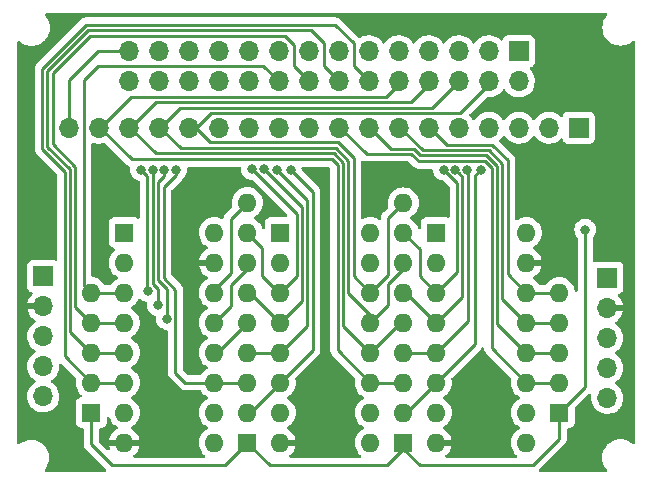
<source format=gbr>
%TF.GenerationSoftware,KiCad,Pcbnew,(6.0.2)*%
%TF.CreationDate,2022-04-09T17:26:57+09:00*%
%TF.ProjectId,joystick-input,6a6f7973-7469-4636-9b2d-696e7075742e,rev?*%
%TF.SameCoordinates,Original*%
%TF.FileFunction,Copper,L2,Bot*%
%TF.FilePolarity,Positive*%
%FSLAX46Y46*%
G04 Gerber Fmt 4.6, Leading zero omitted, Abs format (unit mm)*
G04 Created by KiCad (PCBNEW (6.0.2)) date 2022-04-09 17:26:57*
%MOMM*%
%LPD*%
G01*
G04 APERTURE LIST*
%TA.AperFunction,ComponentPad*%
%ADD10R,1.700000X1.700000*%
%TD*%
%TA.AperFunction,ComponentPad*%
%ADD11O,1.700000X1.700000*%
%TD*%
%TA.AperFunction,ComponentPad*%
%ADD12R,1.600000X1.600000*%
%TD*%
%TA.AperFunction,ComponentPad*%
%ADD13O,1.600000X1.600000*%
%TD*%
%TA.AperFunction,ViaPad*%
%ADD14C,0.800000*%
%TD*%
%TA.AperFunction,Conductor*%
%ADD15C,0.250000*%
%TD*%
G04 APERTURE END LIST*
D10*
%TO.P,J2,1,Pin_1*%
%TO.N,/C_SHORT*%
X154813000Y-71501000D03*
D11*
%TO.P,J2,2,Pin_2*%
X154813000Y-74041000D03*
%TO.P,J2,3,Pin_3*%
%TO.N,/C_P1_UP*%
X152273000Y-71501000D03*
%TO.P,J2,4,Pin_4*%
%TO.N,/C_P2_UP*%
X152273000Y-74041000D03*
%TO.P,J2,5,Pin_5*%
%TO.N,/C_P1_DOWN*%
X149733000Y-71501000D03*
%TO.P,J2,6,Pin_6*%
%TO.N,/C_P2_DOWN*%
X149733000Y-74041000D03*
%TO.P,J2,7,Pin_7*%
%TO.N,/C_P1_LEFT*%
X147193000Y-71501000D03*
%TO.P,J2,8,Pin_8*%
%TO.N,/C_P2_LEFT*%
X147193000Y-74041000D03*
%TO.P,J2,9,Pin_9*%
%TO.N,/C_P1_RIGHT*%
X144653000Y-71501000D03*
%TO.P,J2,10,Pin_10*%
%TO.N,/C_P2_RIGHT*%
X144653000Y-74041000D03*
%TO.P,J2,11,Pin_11*%
%TO.N,/C_P1_START*%
X142113000Y-71501000D03*
%TO.P,J2,12,Pin_12*%
%TO.N,/C_P2_START*%
X142113000Y-74041000D03*
%TO.P,J2,13,Pin_13*%
%TO.N,/C_P1_SELECT*%
X139573000Y-71501000D03*
%TO.P,J2,14,Pin_14*%
%TO.N,/C_P2_SELECT*%
X139573000Y-74041000D03*
%TO.P,J2,15,Pin_15*%
%TO.N,/C_P1_A*%
X137033000Y-71501000D03*
%TO.P,J2,16,Pin_16*%
%TO.N,/C_P2_A*%
X137033000Y-74041000D03*
%TO.P,J2,17,Pin_17*%
%TO.N,/C_P1_B*%
X134493000Y-71501000D03*
%TO.P,J2,18,Pin_18*%
%TO.N,/C_P2_B*%
X134493000Y-74041000D03*
%TO.P,J2,19,Pin_19*%
%TO.N,/C_P1_X*%
X131953000Y-71501000D03*
%TO.P,J2,20,Pin_20*%
%TO.N,/C_P2_X*%
X131953000Y-74041000D03*
%TO.P,J2,21,Pin_21*%
%TO.N,/C_P1_Y*%
X129413000Y-71501000D03*
%TO.P,J2,22,Pin_22*%
%TO.N,/C_P2_Y*%
X129413000Y-74041000D03*
%TO.P,J2,23,Pin_23*%
%TO.N,/C_P1_L*%
X126873000Y-71501000D03*
%TO.P,J2,24,Pin_24*%
%TO.N,/C_P2_L*%
X126873000Y-74041000D03*
%TO.P,J2,25,Pin_25*%
%TO.N,/C_P1_R*%
X124333000Y-71501000D03*
%TO.P,J2,26,Pin_26*%
%TO.N,/C_P2_R*%
X124333000Y-74041000D03*
%TO.P,J2,27,Pin_27*%
%TO.N,/C_SHORT*%
X121793000Y-71501000D03*
%TO.P,J2,28,Pin_28*%
X121793000Y-74041000D03*
%TD*%
D10*
%TO.P,IN1,1,Pin_1*%
%TO.N,VCC*%
X114554000Y-90551000D03*
D11*
%TO.P,IN1,2,Pin_2*%
%TO.N,GND*%
X114554000Y-93091000D03*
%TO.P,IN1,3,Pin_3*%
%TO.N,/LOAD*%
X114554000Y-95631000D03*
%TO.P,IN1,4,Pin_4*%
%TO.N,/CLK*%
X114554000Y-98171000D03*
%TO.P,IN1,5,Pin_5*%
%TO.N,/D_IN*%
X114554000Y-100711000D03*
%TD*%
D10*
%TO.P,J1,1,Pin_1*%
%TO.N,/C_SHORT*%
X159893000Y-77978000D03*
D11*
%TO.P,J1,2,Pin_2*%
%TO.N,/C_P1_UP*%
X157353000Y-77978000D03*
%TO.P,J1,3,Pin_3*%
%TO.N,/C_P1_DOWN*%
X154813000Y-77978000D03*
%TO.P,J1,4,Pin_4*%
%TO.N,/C_P1_LEFT*%
X152273000Y-77978000D03*
%TO.P,J1,5,Pin_5*%
%TO.N,/C_P1_RIGHT*%
X149733000Y-77978000D03*
%TO.P,J1,6,Pin_6*%
%TO.N,/C_P1_START*%
X147193000Y-77978000D03*
%TO.P,J1,7,Pin_7*%
%TO.N,/C_P1_SELECT*%
X144653000Y-77978000D03*
%TO.P,J1,8,Pin_8*%
%TO.N,/C_P1_A*%
X142113000Y-77978000D03*
%TO.P,J1,9,Pin_9*%
%TO.N,/C_P1_B*%
X139573000Y-77978000D03*
%TO.P,J1,10,Pin_10*%
%TO.N,/C_P1_X*%
X137033000Y-77978000D03*
%TO.P,J1,11,Pin_11*%
%TO.N,/C_P1_Y*%
X134493000Y-77978000D03*
%TO.P,J1,12,Pin_12*%
%TO.N,/C_P1_L*%
X131953000Y-77978000D03*
%TO.P,J1,13,Pin_13*%
%TO.N,/C_P1_R*%
X129413000Y-77978000D03*
%TO.P,J1,14,Pin_14*%
%TO.N,/C_P2_UP*%
X126873000Y-77978000D03*
%TO.P,J1,15,Pin_15*%
%TO.N,/C_P2_DOWN*%
X124333000Y-77978000D03*
%TO.P,J1,16,Pin_16*%
%TO.N,/C_P2_LEFT*%
X121793000Y-77978000D03*
%TO.P,J1,17,Pin_17*%
%TO.N,/C_P2_RIGHT*%
X119253000Y-77978000D03*
%TO.P,J1,18,Pin_18*%
%TO.N,/C_SHORT*%
X116713000Y-77978000D03*
%TD*%
D12*
%TO.P,74HC165_1,1,~{PL}*%
%TO.N,/LOAD*%
X147828000Y-86868000D03*
D13*
%TO.P,74HC165_1,2,CP*%
%TO.N,/CLK*%
X147828000Y-89408000D03*
%TO.P,74HC165_1,3,D4*%
%TO.N,/C_P1_RIGHT*%
X147828000Y-91948000D03*
%TO.P,74HC165_1,4,D5*%
%TO.N,/C_P1_LEFT*%
X147828000Y-94488000D03*
%TO.P,74HC165_1,5,D6*%
%TO.N,/C_P1_DOWN*%
X147828000Y-97028000D03*
%TO.P,74HC165_1,6,D7*%
%TO.N,/C_P1_UP*%
X147828000Y-99568000D03*
%TO.P,74HC165_1,7,~{Q7}*%
%TO.N,unconnected-(74HC165_1-Pad7)*%
X147828000Y-102108000D03*
%TO.P,74HC165_1,8,GND*%
%TO.N,GND*%
X147828000Y-104648000D03*
%TO.P,74HC165_1,9,Q7*%
%TO.N,/D_OUT*%
X155448000Y-104648000D03*
%TO.P,74HC165_1,10,DS*%
%TO.N,/D_OUT_2*%
X155448000Y-102108000D03*
%TO.P,74HC165_1,11,D0*%
%TO.N,/C_P1_B*%
X155448000Y-99568000D03*
%TO.P,74HC165_1,12,D1*%
%TO.N,/C_P1_A*%
X155448000Y-97028000D03*
%TO.P,74HC165_1,13,D2*%
%TO.N,/C_P1_SELECT*%
X155448000Y-94488000D03*
%TO.P,74HC165_1,14,D3*%
%TO.N,/C_P1_START*%
X155448000Y-91948000D03*
%TO.P,74HC165_1,15,~{CE}*%
%TO.N,GND*%
X155448000Y-89408000D03*
%TO.P,74HC165_1,16,VCC*%
%TO.N,VCC*%
X155448000Y-86868000D03*
%TD*%
D12*
%TO.P,74HC165_2,1,~{PL}*%
%TO.N,/LOAD*%
X134620000Y-86868000D03*
D13*
%TO.P,74HC165_2,2,CP*%
%TO.N,/CLK*%
X134620000Y-89408000D03*
%TO.P,74HC165_2,3,D4*%
%TO.N,/C_P1_R*%
X134620000Y-91948000D03*
%TO.P,74HC165_2,4,D5*%
%TO.N,/C_P1_L*%
X134620000Y-94488000D03*
%TO.P,74HC165_2,5,D6*%
%TO.N,/C_P1_Y*%
X134620000Y-97028000D03*
%TO.P,74HC165_2,6,D7*%
%TO.N,/C_P1_X*%
X134620000Y-99568000D03*
%TO.P,74HC165_2,7,~{Q7}*%
%TO.N,unconnected-(74HC165_2-Pad7)*%
X134620000Y-102108000D03*
%TO.P,74HC165_2,8,GND*%
%TO.N,GND*%
X134620000Y-104648000D03*
%TO.P,74HC165_2,9,Q7*%
%TO.N,/D_OUT_2*%
X142240000Y-104648000D03*
%TO.P,74HC165_2,10,DS*%
%TO.N,/D_OUT_3*%
X142240000Y-102108000D03*
%TO.P,74HC165_2,11,D0*%
%TO.N,/C_P2_RIGHT*%
X142240000Y-99568000D03*
%TO.P,74HC165_2,12,D1*%
%TO.N,/C_P2_LEFT*%
X142240000Y-97028000D03*
%TO.P,74HC165_2,13,D2*%
%TO.N,/C_P2_DOWN*%
X142240000Y-94488000D03*
%TO.P,74HC165_2,14,D3*%
%TO.N,/C_P2_UP*%
X142240000Y-91948000D03*
%TO.P,74HC165_2,15,~{CE}*%
%TO.N,GND*%
X142240000Y-89408000D03*
%TO.P,74HC165_2,16,VCC*%
%TO.N,VCC*%
X142240000Y-86868000D03*
%TD*%
D12*
%TO.P,RN1,1,common*%
%TO.N,/PULL*%
X158242000Y-102108000D03*
D13*
%TO.P,RN1,2,R1*%
%TO.N,/C_P1_B*%
X158242000Y-99568000D03*
%TO.P,RN1,3,R2*%
%TO.N,/C_P1_A*%
X158242000Y-97028000D03*
%TO.P,RN1,4,R3*%
%TO.N,/C_P1_SELECT*%
X158242000Y-94488000D03*
%TO.P,RN1,5,R4*%
%TO.N,/C_P1_START*%
X158242000Y-91948000D03*
%TD*%
D12*
%TO.P,RN4,1,common*%
%TO.N,/PULL*%
X118618000Y-102108000D03*
D13*
%TO.P,RN4,2,R1*%
%TO.N,/C_P2_START*%
X118618000Y-99568000D03*
%TO.P,RN4,3,R2*%
%TO.N,/C_P2_SELECT*%
X118618000Y-97028000D03*
%TO.P,RN4,4,R3*%
%TO.N,/C_P2_A*%
X118618000Y-94488000D03*
%TO.P,RN4,5,R4*%
%TO.N,/C_P2_B*%
X118618000Y-91948000D03*
%TD*%
D12*
%TO.P,RN2,1,common*%
%TO.N,/PULL*%
X145034000Y-104663000D03*
D13*
%TO.P,RN2,2,R1*%
%TO.N,/C_P1_UP*%
X145034000Y-102123000D03*
%TO.P,RN2,3,R2*%
%TO.N,/C_P2_RIGHT*%
X145034000Y-99583000D03*
%TO.P,RN2,4,R3*%
%TO.N,/C_P1_DOWN*%
X145034000Y-97043000D03*
%TO.P,RN2,5,R4*%
%TO.N,/C_P2_LEFT*%
X145034000Y-94503000D03*
%TO.P,RN2,6,R5*%
%TO.N,/C_P1_LEFT*%
X145034000Y-91963000D03*
%TO.P,RN2,7,R6*%
%TO.N,/C_P2_DOWN*%
X145034000Y-89423000D03*
%TO.P,RN2,8,R7*%
%TO.N,/C_P1_RIGHT*%
X145034000Y-86883000D03*
%TO.P,RN2,9,R8*%
%TO.N,/C_P2_UP*%
X145034000Y-84343000D03*
%TD*%
D12*
%TO.P,74HC165_3,1,~{PL}*%
%TO.N,/LOAD*%
X121412000Y-86868000D03*
D13*
%TO.P,74HC165_3,2,CP*%
%TO.N,/CLK*%
X121412000Y-89408000D03*
%TO.P,74HC165_3,3,D4*%
%TO.N,/C_P2_B*%
X121412000Y-91948000D03*
%TO.P,74HC165_3,4,D5*%
%TO.N,/C_P2_A*%
X121412000Y-94488000D03*
%TO.P,74HC165_3,5,D6*%
%TO.N,/C_P2_SELECT*%
X121412000Y-97028000D03*
%TO.P,74HC165_3,6,D7*%
%TO.N,/C_P2_START*%
X121412000Y-99568000D03*
%TO.P,74HC165_3,7,~{Q7}*%
%TO.N,unconnected-(74HC165_3-Pad7)*%
X121412000Y-102108000D03*
%TO.P,74HC165_3,8,GND*%
%TO.N,GND*%
X121412000Y-104648000D03*
%TO.P,74HC165_3,9,Q7*%
%TO.N,/D_OUT_3*%
X129032000Y-104648000D03*
%TO.P,74HC165_3,10,DS*%
%TO.N,/D_IN*%
X129032000Y-102108000D03*
%TO.P,74HC165_3,11,D0*%
%TO.N,/C_P2_R*%
X129032000Y-99568000D03*
%TO.P,74HC165_3,12,D1*%
%TO.N,/C_P2_L*%
X129032000Y-97028000D03*
%TO.P,74HC165_3,13,D2*%
%TO.N,/C_P2_Y*%
X129032000Y-94488000D03*
%TO.P,74HC165_3,14,D3*%
%TO.N,/C_P2_X*%
X129032000Y-91948000D03*
%TO.P,74HC165_3,15,~{CE}*%
%TO.N,GND*%
X129032000Y-89408000D03*
%TO.P,74HC165_3,16,VCC*%
%TO.N,VCC*%
X129032000Y-86868000D03*
%TD*%
D12*
%TO.P,RN3,1,common*%
%TO.N,/PULL*%
X131826000Y-104648000D03*
D13*
%TO.P,RN3,2,R1*%
%TO.N,/C_P1_X*%
X131826000Y-102108000D03*
%TO.P,RN3,3,R2*%
%TO.N,/C_P2_R*%
X131826000Y-99568000D03*
%TO.P,RN3,4,R3*%
%TO.N,/C_P1_Y*%
X131826000Y-97028000D03*
%TO.P,RN3,5,R4*%
%TO.N,/C_P2_L*%
X131826000Y-94488000D03*
%TO.P,RN3,6,R5*%
%TO.N,/C_P1_L*%
X131826000Y-91948000D03*
%TO.P,RN3,7,R6*%
%TO.N,/C_P2_Y*%
X131826000Y-89408000D03*
%TO.P,RN3,8,R7*%
%TO.N,/C_P1_R*%
X131826000Y-86868000D03*
%TO.P,RN3,9,R8*%
%TO.N,/C_P2_X*%
X131826000Y-84328000D03*
%TD*%
D10*
%TO.P,OUT1,1,Pin_1*%
%TO.N,VCC*%
X162306000Y-90678000D03*
D11*
%TO.P,OUT1,2,Pin_2*%
%TO.N,GND*%
X162306000Y-93218000D03*
%TO.P,OUT1,3,Pin_3*%
%TO.N,/LOAD*%
X162306000Y-95758000D03*
%TO.P,OUT1,4,Pin_4*%
%TO.N,/CLK*%
X162306000Y-98298000D03*
%TO.P,OUT1,5,Pin_5*%
%TO.N,/D_OUT*%
X162306000Y-100838000D03*
%TD*%
D14*
%TO.N,GND*%
X126593600Y-89408000D03*
X127152400Y-98094800D03*
X120040400Y-81889600D03*
%TO.N,/PULL*%
X160426400Y-86614000D03*
%TO.N,GND*%
X138430000Y-99415600D03*
X138430000Y-89535000D03*
X138430000Y-86233000D03*
X122123200Y-84836000D03*
X147701000Y-84455000D03*
X126619000Y-86487000D03*
X124155200Y-98602800D03*
X151688800Y-99466400D03*
%TO.N,/C_P1_UP*%
X151600553Y-81533498D03*
%TO.N,/C_P1_DOWN*%
X150459696Y-81533498D03*
%TO.N,/C_P1_LEFT*%
X149454311Y-81533498D03*
%TO.N,/C_P1_RIGHT*%
X148454808Y-81533498D03*
%TO.N,/C_P1_X*%
X135509000Y-81534000D03*
%TO.N,/C_P1_Y*%
X134366000Y-81533980D03*
%TO.N,/C_P1_L*%
X133264569Y-81502767D03*
%TO.N,/C_P1_R*%
X132224066Y-81487583D03*
%TO.N,/C_P2_X*%
X123444000Y-91821000D03*
X122809000Y-81534000D03*
%TO.N,/C_P2_Y*%
X124256800Y-93014800D03*
X123813383Y-81532848D03*
%TO.N,/C_P2_L*%
X125018800Y-94183200D03*
X124812885Y-81534006D03*
%TO.N,/C_P2_R*%
X125812387Y-81534000D03*
%TD*%
D15*
%TO.N,/PULL*%
X158242000Y-104292400D02*
X158242000Y-102108000D01*
X155981400Y-106553000D02*
X158242000Y-104292400D01*
X146431000Y-106553000D02*
X155981400Y-106553000D01*
X145034000Y-105156000D02*
X146431000Y-106553000D01*
X143637000Y-106553000D02*
X145034000Y-105156000D01*
X133731000Y-106553000D02*
X143637000Y-106553000D01*
X131826000Y-104648000D02*
X133731000Y-106553000D01*
%TO.N,/C_P2_A*%
X117281840Y-93151840D02*
X118618000Y-94488000D01*
X115351440Y-79383604D02*
X117281840Y-81314006D01*
X115351440Y-73373380D02*
X115351440Y-79383604D01*
X135763000Y-70948999D02*
X134992523Y-70178522D01*
X135763000Y-72771000D02*
X135763000Y-70948999D01*
X134992523Y-70178522D02*
X118546298Y-70178522D01*
X117281840Y-81314006D02*
X117281840Y-93151840D01*
X118546298Y-70178522D02*
X115351440Y-73373380D01*
X137033000Y-74041000D02*
X135763000Y-72771000D01*
%TO.N,/C_P2_SELECT*%
X116832320Y-95242320D02*
X118618000Y-97028000D01*
X137209512Y-69728511D02*
X118359898Y-69728511D01*
X114901920Y-73186489D02*
X114901920Y-79569802D01*
X114901920Y-79569802D02*
X116832320Y-81500203D01*
X116832320Y-81500203D02*
X116832320Y-95242320D01*
X138303000Y-72771000D02*
X138303000Y-70821999D01*
X138303000Y-70821999D02*
X137209512Y-69728511D01*
X118359898Y-69728511D02*
X114901920Y-73186489D01*
X139573000Y-74041000D02*
X138303000Y-72771000D01*
%TO.N,/C_P2_START*%
X116382800Y-97332800D02*
X118618000Y-99568000D01*
X139279500Y-69278500D02*
X118173498Y-69278500D01*
X114452400Y-72999598D02*
X114452400Y-79756000D01*
X114452400Y-79756000D02*
X116382800Y-81686400D01*
X140843000Y-70842000D02*
X139279500Y-69278500D01*
X118173498Y-69278500D02*
X114452400Y-72999598D01*
X140843000Y-72771000D02*
X140843000Y-70842000D01*
X142113000Y-74041000D02*
X140843000Y-72771000D01*
X116382800Y-81686400D02*
X116382800Y-97332800D01*
%TO.N,/C_P2_B*%
X119227600Y-72745600D02*
X117999533Y-73973667D01*
X117999533Y-73973667D02*
X117999533Y-91329533D01*
X134493000Y-74041000D02*
X133197600Y-72745600D01*
X133197600Y-72745600D02*
X119227600Y-72745600D01*
X117999533Y-91329533D02*
X118618000Y-91948000D01*
%TO.N,/C_SHORT*%
X119151400Y-71501000D02*
X121793000Y-71501000D01*
X116713000Y-73939400D02*
X119151400Y-71501000D01*
X116713000Y-77978000D02*
X116713000Y-73939400D01*
%TO.N,/PULL*%
X160426400Y-99923600D02*
X158242000Y-102108000D01*
X160426400Y-86614000D02*
X160426400Y-99923600D01*
%TO.N,/C_P2_R*%
X125743311Y-91697260D02*
X125743311Y-98717711D01*
X124741760Y-83030240D02*
X124741760Y-90695709D01*
X125743311Y-98717711D02*
X126593600Y-99568000D01*
X125812387Y-81959613D02*
X124741760Y-83030240D01*
X126593600Y-99568000D02*
X129032000Y-99568000D01*
X125812387Y-81534000D02*
X125812387Y-81959613D01*
X124741760Y-90695709D02*
X125743311Y-91697260D01*
%TO.N,/C_P2_L*%
X124292240Y-82569353D02*
X124812885Y-82048708D01*
X124292240Y-90881907D02*
X124292240Y-82569353D01*
X125018800Y-91608467D02*
X124292240Y-90881907D01*
X124812885Y-82048708D02*
X124812885Y-81534006D01*
X125018800Y-94183200D02*
X125018800Y-91608467D01*
%TO.N,/C_P2_Y*%
X123842720Y-91195106D02*
X123842720Y-81562185D01*
X124256800Y-93014800D02*
X124256800Y-91609186D01*
X124256800Y-91609186D02*
X123842720Y-91195106D01*
X123842720Y-81562185D02*
X123813383Y-81532848D01*
%TO.N,/C_P2_X*%
X123342400Y-82086479D02*
X122809000Y-81553079D01*
X122809000Y-81553079D02*
X122809000Y-81534000D01*
X123342400Y-91719400D02*
X123342400Y-82086479D01*
X123444000Y-91821000D02*
X123342400Y-91719400D01*
%TO.N,/PULL*%
X118618000Y-104775000D02*
X120396000Y-106553000D01*
X129921000Y-106553000D02*
X131826000Y-104648000D01*
X118618000Y-102108000D02*
X118618000Y-104775000D01*
X120396000Y-106553000D02*
X129921000Y-106553000D01*
%TO.N,/C_P1_START*%
X152573967Y-79421967D02*
X148763967Y-79421967D01*
X148763967Y-79421967D02*
X147320000Y-77978000D01*
X153875560Y-90375560D02*
X153875560Y-80723560D01*
X155448000Y-91948000D02*
X153875560Y-90375560D01*
X155448000Y-91948000D02*
X158242000Y-91948000D01*
X153875560Y-80723560D02*
X152573967Y-79421967D01*
%TO.N,/C_P1_SELECT*%
X146673978Y-79871978D02*
X152260515Y-79871978D01*
X152260515Y-79871978D02*
X153426040Y-81037503D01*
X155448000Y-94488000D02*
X158242000Y-94488000D01*
X153426040Y-81037503D02*
X153426040Y-92466040D01*
X153426040Y-92466040D02*
X155448000Y-94488000D01*
X144780000Y-77978000D02*
X146673978Y-79871978D01*
%TO.N,/C_P1_A*%
X145916078Y-79750489D02*
X146487578Y-80321989D01*
X155448000Y-97028000D02*
X158242000Y-97028000D01*
X146487578Y-80321989D02*
X152074115Y-80321989D01*
X144012489Y-79750489D02*
X145916078Y-79750489D01*
X142240000Y-77978000D02*
X144012489Y-79750489D01*
X152074115Y-80321989D02*
X152976520Y-81224394D01*
X152976520Y-94556520D02*
X155448000Y-97028000D01*
X152976520Y-81224394D02*
X152976520Y-94556520D01*
%TO.N,/C_P1_B*%
X155448000Y-99568000D02*
X158242000Y-99568000D01*
X152527000Y-81411285D02*
X152527000Y-96647000D01*
X139700000Y-77978000D02*
X141922500Y-80200500D01*
X141922500Y-80200500D02*
X145729678Y-80200500D01*
X152527000Y-96647000D02*
X155448000Y-99568000D01*
X145729678Y-80200500D02*
X146338176Y-80808998D01*
X151924713Y-80808998D02*
X152527000Y-81411285D01*
X146338176Y-80808998D02*
X151924713Y-80808998D01*
%TO.N,/C_P1_UP*%
X145273000Y-102123000D02*
X147828000Y-99568000D01*
X151130000Y-82004051D02*
X151130000Y-96266000D01*
X151130000Y-96266000D02*
X147828000Y-99568000D01*
X151600553Y-81533498D02*
X151130000Y-82004051D01*
X145034000Y-102123000D02*
X145273000Y-102123000D01*
%TO.N,/C_P1_DOWN*%
X150495000Y-94361000D02*
X147828000Y-97028000D01*
X150495000Y-81568802D02*
X150495000Y-94361000D01*
X150459696Y-81533498D02*
X150495000Y-81568802D01*
X147828000Y-97028000D02*
X145049000Y-97028000D01*
%TO.N,/C_P1_LEFT*%
X149735185Y-81814372D02*
X149735185Y-81833601D01*
X150045480Y-82143896D02*
X150045480Y-92270520D01*
X150045480Y-92270520D02*
X147828000Y-94488000D01*
X147828000Y-94488000D02*
X145303000Y-91963000D01*
X149454311Y-81533498D02*
X149735185Y-81814372D01*
X149735185Y-81833601D02*
X150045480Y-82143896D01*
X145303000Y-91963000D02*
X145034000Y-91963000D01*
%TO.N,/C_P1_RIGHT*%
X147828000Y-91948000D02*
X146431000Y-90551000D01*
X148454808Y-81533498D02*
X148729800Y-81808490D01*
X149595960Y-90180040D02*
X147828000Y-91948000D01*
X146431000Y-90551000D02*
X146431000Y-88280000D01*
X149595960Y-82699761D02*
X149595960Y-90180040D01*
X146431000Y-88280000D02*
X145034000Y-86883000D01*
X148729800Y-81833601D02*
X149595960Y-82699761D01*
X148729800Y-81808490D02*
X148729800Y-81833601D01*
%TO.N,/C_P1_X*%
X132016500Y-102108000D02*
X134556500Y-99568000D01*
X134556500Y-99568000D02*
X134620000Y-99568000D01*
X137365560Y-96822440D02*
X134620000Y-99568000D01*
X131826000Y-102108000D02*
X132016500Y-102108000D01*
X135509000Y-81534000D02*
X137365560Y-83390560D01*
X137365560Y-83390560D02*
X137365560Y-96822440D01*
%TO.N,/C_P1_Y*%
X136916040Y-94731960D02*
X136916040Y-84084020D01*
X131826000Y-97028000D02*
X134620000Y-97028000D01*
X136916040Y-84084020D02*
X134366000Y-81533980D01*
X134620000Y-97028000D02*
X136916040Y-94731960D01*
%TO.N,/C_P1_L*%
X134620000Y-94488000D02*
X136466520Y-92641480D01*
X136466520Y-84704718D02*
X133264569Y-81502767D01*
X136466520Y-92641480D02*
X136466520Y-84704718D01*
X134620000Y-94488000D02*
X132080000Y-91948000D01*
X132080000Y-91948000D02*
X131826000Y-91948000D01*
%TO.N,/C_P1_R*%
X134620000Y-91948000D02*
X136017000Y-90551000D01*
X136017000Y-85280516D02*
X132224066Y-81487583D01*
X133096000Y-90551000D02*
X134493000Y-91948000D01*
X133096000Y-88138000D02*
X133096000Y-90551000D01*
X136017000Y-90551000D02*
X136017000Y-85280516D01*
X134493000Y-91948000D02*
X134620000Y-91948000D01*
X131826000Y-86868000D02*
X133096000Y-88138000D01*
%TO.N,/C_P2_START*%
X118618000Y-99568000D02*
X121412000Y-99568000D01*
%TO.N,/C_P2_SELECT*%
X118618000Y-97028000D02*
X121412000Y-97028000D01*
%TO.N,/C_P2_A*%
X118618000Y-94488000D02*
X121412000Y-94488000D01*
%TO.N,/C_P2_B*%
X118618000Y-91948000D02*
X121412000Y-91948000D01*
%TO.N,/C_P2_UP*%
X143764000Y-90424000D02*
X143764000Y-85613000D01*
X149843467Y-76724533D02*
X128752710Y-76724533D01*
X128752710Y-76724533D02*
X127499243Y-77978000D01*
X152273000Y-74295000D02*
X149843467Y-76724533D01*
X139478001Y-79153001D02*
X140843000Y-80518000D01*
X140843000Y-90551000D02*
X142240000Y-91948000D01*
X140843000Y-80518000D02*
X140843000Y-90551000D01*
X142240000Y-91948000D02*
X143764000Y-90424000D01*
X143764000Y-85613000D02*
X145034000Y-84343000D01*
X128674244Y-79153001D02*
X139478001Y-79153001D01*
X127499243Y-77978000D02*
X128674244Y-79153001D01*
%TO.N,/C_P2_DOWN*%
X140393480Y-80770662D02*
X139315318Y-79692500D01*
X142240000Y-94488000D02*
X142240000Y-93854410D01*
X139315318Y-79692500D02*
X126174500Y-79692500D01*
X142240000Y-93854410D02*
X140393480Y-92007890D01*
X126163478Y-76274522D02*
X147499478Y-76274522D01*
X143764000Y-91186000D02*
X145034000Y-89916000D01*
X140393480Y-92007890D02*
X140393480Y-80770662D01*
X126174500Y-79692500D02*
X124460000Y-77978000D01*
X143764000Y-92964000D02*
X143764000Y-91186000D01*
X147499478Y-76274522D02*
X149733000Y-74041000D01*
X142240000Y-94488000D02*
X143764000Y-92964000D01*
X124460000Y-77978000D02*
X126163478Y-76274522D01*
%TO.N,/C_P2_LEFT*%
X139128917Y-80142511D02*
X124084511Y-80142511D01*
X139943960Y-80957554D02*
X139128917Y-80142511D01*
X145663489Y-75824511D02*
X147193000Y-74295000D01*
X144765000Y-94503000D02*
X145034000Y-94503000D01*
X142240000Y-97028000D02*
X144765000Y-94503000D01*
X139943960Y-94731960D02*
X139943960Y-80957554D01*
X142240000Y-97028000D02*
X139943960Y-94731960D01*
X124073489Y-75824511D02*
X145663489Y-75824511D01*
X121920000Y-77978000D02*
X124073489Y-75824511D01*
X124084511Y-80142511D02*
X121920000Y-77978000D01*
%TO.N,/C_P2_RIGHT*%
X145034000Y-99583000D02*
X142255000Y-99583000D01*
X138994994Y-80645000D02*
X122047000Y-80645000D01*
X119380000Y-77978000D02*
X121983500Y-75374500D01*
X121983500Y-75374500D02*
X143573500Y-75374500D01*
X139494440Y-96822440D02*
X139494440Y-81144446D01*
X142240000Y-99568000D02*
X139494440Y-96822440D01*
X143573500Y-75374500D02*
X144653000Y-74295000D01*
X142255000Y-99583000D02*
X142240000Y-99568000D01*
X139494440Y-81144446D02*
X138994994Y-80645000D01*
X122047000Y-80645000D02*
X119380000Y-77978000D01*
%TO.N,/C_P2_X*%
X130429000Y-85725000D02*
X130429000Y-90297000D01*
X129032000Y-91694000D02*
X129032000Y-91948000D01*
X131826000Y-84328000D02*
X130429000Y-85725000D01*
X130429000Y-90297000D02*
X129032000Y-91694000D01*
%TO.N,/C_P2_Y*%
X130429000Y-93091000D02*
X130429000Y-91313718D01*
X131826000Y-89916718D02*
X131826000Y-89408000D01*
X129032000Y-94488000D02*
X130429000Y-93091000D01*
X130429000Y-91313718D02*
X131826000Y-89916718D01*
%TO.N,/C_P2_L*%
X129286000Y-97028000D02*
X131826000Y-94488000D01*
X129032000Y-97028000D02*
X129286000Y-97028000D01*
%TO.N,/C_P2_R*%
X131826000Y-99568000D02*
X129032000Y-99568000D01*
%TD*%
%TA.AperFunction,Conductor*%
%TO.N,GND*%
G36*
X162266355Y-68282502D02*
G01*
X162312848Y-68336158D01*
X162322952Y-68406432D01*
X162294045Y-68470331D01*
X162190055Y-68592086D01*
X162190052Y-68592090D01*
X162186845Y-68595845D01*
X162061507Y-68800379D01*
X162059614Y-68804949D01*
X162059612Y-68804953D01*
X161982508Y-68991100D01*
X161969708Y-69022002D01*
X161968553Y-69026814D01*
X161914863Y-69250444D01*
X161914862Y-69250450D01*
X161913708Y-69255257D01*
X161895375Y-69488194D01*
X161894887Y-69494400D01*
X161913708Y-69733543D01*
X161914862Y-69738350D01*
X161914863Y-69738356D01*
X161920743Y-69762847D01*
X161969708Y-69966798D01*
X161971601Y-69971369D01*
X161971602Y-69971371D01*
X162056595Y-70176562D01*
X162061507Y-70188421D01*
X162186845Y-70392955D01*
X162342637Y-70575363D01*
X162525045Y-70731155D01*
X162729579Y-70856493D01*
X162734149Y-70858386D01*
X162734153Y-70858388D01*
X162870784Y-70914982D01*
X162951202Y-70948292D01*
X163033225Y-70967984D01*
X163179644Y-71003137D01*
X163179650Y-71003138D01*
X163184457Y-71004292D01*
X163423600Y-71023113D01*
X163662743Y-71004292D01*
X163667550Y-71003138D01*
X163667556Y-71003137D01*
X163813975Y-70967984D01*
X163895998Y-70948292D01*
X163976416Y-70914982D01*
X164113047Y-70858388D01*
X164113051Y-70858386D01*
X164117621Y-70856493D01*
X164322155Y-70731155D01*
X164325910Y-70727948D01*
X164325914Y-70727945D01*
X164427500Y-70641181D01*
X164447670Y-70623955D01*
X164512459Y-70594924D01*
X164582659Y-70605529D01*
X164635981Y-70652403D01*
X164655500Y-70719766D01*
X164655500Y-104631982D01*
X164635498Y-104700103D01*
X164581842Y-104746596D01*
X164511568Y-104756700D01*
X164447670Y-104727793D01*
X164344356Y-104639554D01*
X164344351Y-104639551D01*
X164340591Y-104636339D01*
X164131861Y-104508429D01*
X164127291Y-104506536D01*
X164127287Y-104506534D01*
X163910264Y-104416641D01*
X163910262Y-104416640D01*
X163905691Y-104414747D01*
X163802726Y-104390027D01*
X163672463Y-104358753D01*
X163672457Y-104358752D01*
X163667650Y-104357598D01*
X163423600Y-104338391D01*
X163179550Y-104357598D01*
X163174743Y-104358752D01*
X163174737Y-104358753D01*
X163044474Y-104390027D01*
X162941509Y-104414747D01*
X162936938Y-104416640D01*
X162936936Y-104416641D01*
X162719913Y-104506534D01*
X162719909Y-104506536D01*
X162715339Y-104508429D01*
X162506609Y-104636339D01*
X162502849Y-104639551D01*
X162502844Y-104639554D01*
X162365684Y-104756700D01*
X162320458Y-104795327D01*
X162317245Y-104799089D01*
X162164685Y-104977713D01*
X162164682Y-104977718D01*
X162161470Y-104981478D01*
X162033560Y-105190208D01*
X162031667Y-105194778D01*
X162031665Y-105194782D01*
X161941772Y-105411805D01*
X161939878Y-105416378D01*
X161930162Y-105456849D01*
X161883884Y-105649606D01*
X161883883Y-105649612D01*
X161882729Y-105654419D01*
X161863522Y-105898469D01*
X161882729Y-106142519D01*
X161883883Y-106147326D01*
X161883884Y-106147332D01*
X161887395Y-106161956D01*
X161939878Y-106380560D01*
X161941771Y-106385131D01*
X161941772Y-106385133D01*
X161963562Y-106437738D01*
X162033560Y-106606730D01*
X162161470Y-106815460D01*
X162247913Y-106916672D01*
X162276943Y-106981459D01*
X162266338Y-107051659D01*
X162219463Y-107104981D01*
X162152101Y-107124500D01*
X156609994Y-107124500D01*
X156541873Y-107104498D01*
X156495380Y-107050842D01*
X156485276Y-106980568D01*
X156514770Y-106915988D01*
X156520899Y-106909405D01*
X158634247Y-104796057D01*
X158642537Y-104788513D01*
X158649018Y-104784400D01*
X158695659Y-104734732D01*
X158698413Y-104731891D01*
X158718134Y-104712170D01*
X158720612Y-104708975D01*
X158728318Y-104699953D01*
X158753158Y-104673501D01*
X158758586Y-104667721D01*
X158768346Y-104649968D01*
X158779199Y-104633445D01*
X158786753Y-104623706D01*
X158791613Y-104617441D01*
X158809176Y-104576857D01*
X158814383Y-104566227D01*
X158835695Y-104527460D01*
X158837666Y-104519783D01*
X158837668Y-104519778D01*
X158840732Y-104507842D01*
X158847138Y-104489130D01*
X158847979Y-104487188D01*
X158855181Y-104470545D01*
X158856421Y-104462717D01*
X158856423Y-104462710D01*
X158862099Y-104426876D01*
X158864505Y-104415256D01*
X158873528Y-104380111D01*
X158873528Y-104380110D01*
X158875500Y-104372430D01*
X158875500Y-104352176D01*
X158877051Y-104332465D01*
X158878980Y-104320286D01*
X158880220Y-104312457D01*
X158876059Y-104268438D01*
X158875500Y-104256581D01*
X158875500Y-103542500D01*
X158895502Y-103474379D01*
X158949158Y-103427886D01*
X159001500Y-103416500D01*
X159090134Y-103416500D01*
X159152316Y-103409745D01*
X159288705Y-103358615D01*
X159405261Y-103271261D01*
X159492615Y-103154705D01*
X159543745Y-103018316D01*
X159550500Y-102956134D01*
X159550500Y-101747594D01*
X159570502Y-101679473D01*
X159587405Y-101658499D01*
X160751026Y-100494879D01*
X160813338Y-100460853D01*
X160884154Y-100465918D01*
X160940989Y-100508465D01*
X160965800Y-100574985D01*
X160965408Y-100597363D01*
X160943251Y-100804695D01*
X160943548Y-100809848D01*
X160943548Y-100809851D01*
X160954458Y-100999069D01*
X160956110Y-101027715D01*
X160957247Y-101032761D01*
X160957248Y-101032767D01*
X160972806Y-101101802D01*
X161005222Y-101245639D01*
X161089266Y-101452616D01*
X161091965Y-101457020D01*
X161176206Y-101594489D01*
X161205987Y-101643088D01*
X161352250Y-101811938D01*
X161524126Y-101954632D01*
X161717000Y-102067338D01*
X161721825Y-102069180D01*
X161721826Y-102069181D01*
X161730685Y-102072564D01*
X161925692Y-102147030D01*
X161930760Y-102148061D01*
X161930763Y-102148062D01*
X162038017Y-102169883D01*
X162144597Y-102191567D01*
X162149772Y-102191757D01*
X162149774Y-102191757D01*
X162362673Y-102199564D01*
X162362677Y-102199564D01*
X162367837Y-102199753D01*
X162372957Y-102199097D01*
X162372959Y-102199097D01*
X162584288Y-102172025D01*
X162584289Y-102172025D01*
X162589416Y-102171368D01*
X162594366Y-102169883D01*
X162798429Y-102108661D01*
X162798434Y-102108659D01*
X162803384Y-102107174D01*
X163003994Y-102008896D01*
X163185860Y-101879173D01*
X163237582Y-101827632D01*
X163311616Y-101753856D01*
X163344096Y-101721489D01*
X163370361Y-101684938D01*
X163471435Y-101544277D01*
X163474453Y-101540077D01*
X163518354Y-101451251D01*
X163571136Y-101344453D01*
X163571137Y-101344451D01*
X163573430Y-101339811D01*
X163638370Y-101126069D01*
X163667529Y-100904590D01*
X163667917Y-100888716D01*
X163669074Y-100841365D01*
X163669074Y-100841361D01*
X163669156Y-100838000D01*
X163650852Y-100615361D01*
X163596431Y-100398702D01*
X163507354Y-100193840D01*
X163446079Y-100099123D01*
X163388822Y-100010617D01*
X163388820Y-100010614D01*
X163386014Y-100006277D01*
X163235670Y-99841051D01*
X163231619Y-99837852D01*
X163231615Y-99837848D01*
X163064414Y-99705800D01*
X163064410Y-99705798D01*
X163060359Y-99702598D01*
X163019053Y-99679796D01*
X162969084Y-99629364D01*
X162954312Y-99559921D01*
X162979428Y-99493516D01*
X163006780Y-99466909D01*
X163056933Y-99431135D01*
X163185860Y-99339173D01*
X163194588Y-99330476D01*
X163310296Y-99215171D01*
X163344096Y-99181489D01*
X163359632Y-99159869D01*
X163471435Y-99004277D01*
X163474453Y-99000077D01*
X163488674Y-98971304D01*
X163571136Y-98804453D01*
X163571137Y-98804451D01*
X163573430Y-98799811D01*
X163638370Y-98586069D01*
X163667529Y-98364590D01*
X163667917Y-98348716D01*
X163669074Y-98301365D01*
X163669074Y-98301361D01*
X163669156Y-98298000D01*
X163650852Y-98075361D01*
X163596431Y-97858702D01*
X163507354Y-97653840D01*
X163406035Y-97497225D01*
X163388822Y-97470617D01*
X163388820Y-97470614D01*
X163386014Y-97466277D01*
X163235670Y-97301051D01*
X163231619Y-97297852D01*
X163231615Y-97297848D01*
X163064414Y-97165800D01*
X163064410Y-97165798D01*
X163060359Y-97162598D01*
X163019053Y-97139796D01*
X162969084Y-97089364D01*
X162954312Y-97019921D01*
X162979428Y-96953516D01*
X163006780Y-96926909D01*
X163075955Y-96877567D01*
X163185860Y-96799173D01*
X163194588Y-96790476D01*
X163282672Y-96702699D01*
X163344096Y-96641489D01*
X163356974Y-96623568D01*
X163471435Y-96464277D01*
X163474453Y-96460077D01*
X163511759Y-96384595D01*
X163571136Y-96264453D01*
X163571137Y-96264451D01*
X163573430Y-96259811D01*
X163638370Y-96046069D01*
X163667529Y-95824590D01*
X163667750Y-95815547D01*
X163669074Y-95761365D01*
X163669074Y-95761361D01*
X163669156Y-95758000D01*
X163650852Y-95535361D01*
X163596431Y-95318702D01*
X163507354Y-95113840D01*
X163417093Y-94974318D01*
X163388822Y-94930617D01*
X163388820Y-94930614D01*
X163386014Y-94926277D01*
X163235670Y-94761051D01*
X163231619Y-94757852D01*
X163231615Y-94757848D01*
X163064414Y-94625800D01*
X163064410Y-94625798D01*
X163060359Y-94622598D01*
X163040500Y-94611635D01*
X163033212Y-94607612D01*
X163018569Y-94599529D01*
X162968598Y-94549097D01*
X162953826Y-94479654D01*
X162978942Y-94413248D01*
X163006294Y-94386641D01*
X163181328Y-94261792D01*
X163189200Y-94255139D01*
X163340052Y-94104812D01*
X163346730Y-94096965D01*
X163471003Y-93924020D01*
X163476313Y-93915183D01*
X163570670Y-93724267D01*
X163574469Y-93714672D01*
X163636377Y-93510910D01*
X163638555Y-93500837D01*
X163639986Y-93489962D01*
X163637775Y-93475778D01*
X163624617Y-93472000D01*
X162178000Y-93472000D01*
X162109879Y-93451998D01*
X162063386Y-93398342D01*
X162052000Y-93346000D01*
X162052000Y-93090000D01*
X162072002Y-93021879D01*
X162125658Y-92975386D01*
X162178000Y-92964000D01*
X163624344Y-92964000D01*
X163637875Y-92960027D01*
X163639180Y-92950947D01*
X163597214Y-92783875D01*
X163593894Y-92774124D01*
X163508972Y-92578814D01*
X163504105Y-92569739D01*
X163388426Y-92390926D01*
X163382136Y-92382757D01*
X163238293Y-92224677D01*
X163207241Y-92160831D01*
X163215635Y-92090333D01*
X163260812Y-92035564D01*
X163287256Y-92021895D01*
X163394297Y-91981767D01*
X163402705Y-91978615D01*
X163519261Y-91891261D01*
X163606615Y-91774705D01*
X163657745Y-91638316D01*
X163664500Y-91576134D01*
X163664500Y-89779866D01*
X163657745Y-89717684D01*
X163606615Y-89581295D01*
X163519261Y-89464739D01*
X163402705Y-89377385D01*
X163266316Y-89326255D01*
X163204134Y-89319500D01*
X161407866Y-89319500D01*
X161345684Y-89326255D01*
X161338288Y-89329027D01*
X161338282Y-89329029D01*
X161230129Y-89369574D01*
X161159322Y-89374757D01*
X161096953Y-89340836D01*
X161062824Y-89278580D01*
X161059900Y-89251592D01*
X161059900Y-87316524D01*
X161079902Y-87248403D01*
X161092258Y-87232221D01*
X161165440Y-87150944D01*
X161260927Y-86985556D01*
X161319942Y-86803928D01*
X161339904Y-86614000D01*
X161324492Y-86467363D01*
X161320632Y-86430635D01*
X161320632Y-86430633D01*
X161319942Y-86424072D01*
X161260927Y-86242444D01*
X161165440Y-86077056D01*
X161037653Y-85935134D01*
X160932373Y-85858643D01*
X160888494Y-85826763D01*
X160888493Y-85826762D01*
X160883152Y-85822882D01*
X160877124Y-85820198D01*
X160877122Y-85820197D01*
X160714719Y-85747891D01*
X160714718Y-85747891D01*
X160708688Y-85745206D01*
X160615288Y-85725353D01*
X160528344Y-85706872D01*
X160528339Y-85706872D01*
X160521887Y-85705500D01*
X160330913Y-85705500D01*
X160324461Y-85706872D01*
X160324456Y-85706872D01*
X160237513Y-85725353D01*
X160144112Y-85745206D01*
X160138082Y-85747891D01*
X160138081Y-85747891D01*
X159975678Y-85820197D01*
X159975676Y-85820198D01*
X159969648Y-85822882D01*
X159964307Y-85826762D01*
X159964306Y-85826763D01*
X159920427Y-85858643D01*
X159815147Y-85935134D01*
X159687360Y-86077056D01*
X159591873Y-86242444D01*
X159532858Y-86424072D01*
X159532168Y-86430633D01*
X159532168Y-86430635D01*
X159528308Y-86467363D01*
X159512896Y-86614000D01*
X159532858Y-86803928D01*
X159591873Y-86985556D01*
X159687360Y-87150944D01*
X159760537Y-87232215D01*
X159791253Y-87296221D01*
X159792900Y-87316524D01*
X159792900Y-91775637D01*
X159772898Y-91843758D01*
X159719242Y-91890251D01*
X159648968Y-91900355D01*
X159584388Y-91870861D01*
X159546004Y-91811135D01*
X159541379Y-91786619D01*
X159538795Y-91757081D01*
X159535543Y-91719913D01*
X159526551Y-91686353D01*
X159477707Y-91504067D01*
X159477706Y-91504065D01*
X159476284Y-91498757D01*
X159473961Y-91493775D01*
X159381849Y-91296238D01*
X159381846Y-91296233D01*
X159379523Y-91291251D01*
X159248198Y-91103700D01*
X159086300Y-90941802D01*
X159081792Y-90938645D01*
X159081789Y-90938643D01*
X158967500Y-90858617D01*
X158898749Y-90810477D01*
X158893767Y-90808154D01*
X158893762Y-90808151D01*
X158696225Y-90716039D01*
X158696224Y-90716039D01*
X158691243Y-90713716D01*
X158685935Y-90712294D01*
X158685933Y-90712293D01*
X158475402Y-90655881D01*
X158475400Y-90655881D01*
X158470087Y-90654457D01*
X158242000Y-90634502D01*
X158013913Y-90654457D01*
X158008600Y-90655881D01*
X158008598Y-90655881D01*
X157798067Y-90712293D01*
X157798065Y-90712294D01*
X157792757Y-90713716D01*
X157787776Y-90716039D01*
X157787775Y-90716039D01*
X157590238Y-90808151D01*
X157590233Y-90808154D01*
X157585251Y-90810477D01*
X157516500Y-90858617D01*
X157402211Y-90938643D01*
X157402208Y-90938645D01*
X157397700Y-90941802D01*
X157235802Y-91103700D01*
X157232645Y-91108208D01*
X157232643Y-91108211D01*
X157125819Y-91260771D01*
X157070362Y-91305099D01*
X157022606Y-91314500D01*
X156667394Y-91314500D01*
X156599273Y-91294498D01*
X156564181Y-91260771D01*
X156457357Y-91108211D01*
X156457355Y-91108208D01*
X156454198Y-91103700D01*
X156292300Y-90941802D01*
X156287792Y-90938645D01*
X156287789Y-90938643D01*
X156173500Y-90858617D01*
X156104749Y-90810477D01*
X156099767Y-90808154D01*
X156099762Y-90808151D01*
X156064951Y-90791919D01*
X156011666Y-90745002D01*
X155992205Y-90676725D01*
X156012747Y-90608765D01*
X156064951Y-90563529D01*
X156099511Y-90547414D01*
X156109007Y-90541931D01*
X156287467Y-90416972D01*
X156295875Y-90409916D01*
X156449916Y-90255875D01*
X156456972Y-90247467D01*
X156581931Y-90069007D01*
X156587414Y-90059511D01*
X156679490Y-89862053D01*
X156683236Y-89851761D01*
X156729394Y-89679497D01*
X156729058Y-89665401D01*
X156721116Y-89662000D01*
X155320000Y-89662000D01*
X155251879Y-89641998D01*
X155205386Y-89588342D01*
X155194000Y-89536000D01*
X155194000Y-89280000D01*
X155214002Y-89211879D01*
X155267658Y-89165386D01*
X155320000Y-89154000D01*
X156715967Y-89154000D01*
X156729498Y-89150027D01*
X156730727Y-89141478D01*
X156683236Y-88964239D01*
X156679490Y-88953947D01*
X156587414Y-88756489D01*
X156581931Y-88746993D01*
X156456972Y-88568533D01*
X156449916Y-88560125D01*
X156295875Y-88406084D01*
X156287467Y-88399028D01*
X156109007Y-88274069D01*
X156099511Y-88268586D01*
X156064951Y-88252471D01*
X156011666Y-88205554D01*
X155992205Y-88137277D01*
X156012747Y-88069317D01*
X156064951Y-88024081D01*
X156099762Y-88007849D01*
X156099767Y-88007846D01*
X156104749Y-88005523D01*
X156246458Y-87906297D01*
X156287789Y-87877357D01*
X156287792Y-87877355D01*
X156292300Y-87874198D01*
X156454198Y-87712300D01*
X156585523Y-87524749D01*
X156587846Y-87519767D01*
X156587849Y-87519762D01*
X156679961Y-87322225D01*
X156679961Y-87322224D01*
X156682284Y-87317243D01*
X156695437Y-87268158D01*
X156740119Y-87101402D01*
X156740119Y-87101400D01*
X156741543Y-87096087D01*
X156761498Y-86868000D01*
X156741543Y-86639913D01*
X156734600Y-86614000D01*
X156683707Y-86424067D01*
X156683706Y-86424065D01*
X156682284Y-86418757D01*
X156673184Y-86399242D01*
X156587849Y-86216238D01*
X156587846Y-86216233D01*
X156585523Y-86211251D01*
X156495562Y-86082774D01*
X156457357Y-86028211D01*
X156457355Y-86028208D01*
X156454198Y-86023700D01*
X156292300Y-85861802D01*
X156287792Y-85858645D01*
X156287789Y-85858643D01*
X156196386Y-85794642D01*
X156104749Y-85730477D01*
X156099767Y-85728154D01*
X156099762Y-85728151D01*
X155902225Y-85636039D01*
X155902224Y-85636039D01*
X155897243Y-85633716D01*
X155891935Y-85632294D01*
X155891933Y-85632293D01*
X155681402Y-85575881D01*
X155681400Y-85575881D01*
X155676087Y-85574457D01*
X155448000Y-85554502D01*
X155219913Y-85574457D01*
X155214600Y-85575881D01*
X155214598Y-85575881D01*
X155004067Y-85632293D01*
X155004065Y-85632294D01*
X154998757Y-85633716D01*
X154993776Y-85636039D01*
X154993775Y-85636039D01*
X154796238Y-85728151D01*
X154796233Y-85728154D01*
X154791251Y-85730477D01*
X154707330Y-85789239D01*
X154640057Y-85811927D01*
X154571197Y-85794642D01*
X154522612Y-85742873D01*
X154509060Y-85686026D01*
X154509060Y-80802323D01*
X154509587Y-80791139D01*
X154511261Y-80783651D01*
X154509122Y-80715592D01*
X154509060Y-80711635D01*
X154509060Y-80683704D01*
X154508554Y-80679698D01*
X154507621Y-80667852D01*
X154506482Y-80631597D01*
X154506233Y-80623670D01*
X154500582Y-80604218D01*
X154496574Y-80584866D01*
X154495028Y-80572628D01*
X154495027Y-80572626D01*
X154494034Y-80564763D01*
X154477754Y-80523646D01*
X154473919Y-80512445D01*
X154461578Y-80469966D01*
X154457545Y-80463147D01*
X154457543Y-80463142D01*
X154451267Y-80452531D01*
X154442570Y-80434781D01*
X154435112Y-80415943D01*
X154409131Y-80380183D01*
X154402613Y-80370261D01*
X154384138Y-80339020D01*
X154384134Y-80339015D01*
X154380102Y-80332197D01*
X154365778Y-80317873D01*
X154352936Y-80302838D01*
X154341032Y-80286453D01*
X154306966Y-80258271D01*
X154298187Y-80250282D01*
X153199146Y-79151241D01*
X153165120Y-79088929D01*
X153170185Y-79018114D01*
X153199301Y-78972895D01*
X153307435Y-78865137D01*
X153311096Y-78861489D01*
X153441453Y-78680077D01*
X153442776Y-78681028D01*
X153489645Y-78637857D01*
X153559580Y-78625625D01*
X153625026Y-78653144D01*
X153652875Y-78684994D01*
X153712987Y-78783088D01*
X153859250Y-78951938D01*
X154031126Y-79094632D01*
X154224000Y-79207338D01*
X154432692Y-79287030D01*
X154437760Y-79288061D01*
X154437763Y-79288062D01*
X154495094Y-79299726D01*
X154651597Y-79331567D01*
X154656772Y-79331757D01*
X154656774Y-79331757D01*
X154869673Y-79339564D01*
X154869677Y-79339564D01*
X154874837Y-79339753D01*
X154879957Y-79339097D01*
X154879959Y-79339097D01*
X155091288Y-79312025D01*
X155091289Y-79312025D01*
X155096416Y-79311368D01*
X155101369Y-79309882D01*
X155305429Y-79248661D01*
X155305434Y-79248659D01*
X155310384Y-79247174D01*
X155510994Y-79148896D01*
X155692860Y-79019173D01*
X155851096Y-78861489D01*
X155981453Y-78680077D01*
X155982776Y-78681028D01*
X156029645Y-78637857D01*
X156099580Y-78625625D01*
X156165026Y-78653144D01*
X156192875Y-78684994D01*
X156252987Y-78783088D01*
X156399250Y-78951938D01*
X156571126Y-79094632D01*
X156764000Y-79207338D01*
X156972692Y-79287030D01*
X156977760Y-79288061D01*
X156977763Y-79288062D01*
X157035094Y-79299726D01*
X157191597Y-79331567D01*
X157196772Y-79331757D01*
X157196774Y-79331757D01*
X157409673Y-79339564D01*
X157409677Y-79339564D01*
X157414837Y-79339753D01*
X157419957Y-79339097D01*
X157419959Y-79339097D01*
X157631288Y-79312025D01*
X157631289Y-79312025D01*
X157636416Y-79311368D01*
X157641369Y-79309882D01*
X157845429Y-79248661D01*
X157845434Y-79248659D01*
X157850384Y-79247174D01*
X158050994Y-79148896D01*
X158232860Y-79019173D01*
X158341091Y-78911319D01*
X158403462Y-78877404D01*
X158474268Y-78882592D01*
X158531030Y-78925238D01*
X158548012Y-78956341D01*
X158592385Y-79074705D01*
X158679739Y-79191261D01*
X158796295Y-79278615D01*
X158932684Y-79329745D01*
X158994866Y-79336500D01*
X160791134Y-79336500D01*
X160853316Y-79329745D01*
X160989705Y-79278615D01*
X161106261Y-79191261D01*
X161193615Y-79074705D01*
X161244745Y-78938316D01*
X161251500Y-78876134D01*
X161251500Y-77079866D01*
X161244745Y-77017684D01*
X161193615Y-76881295D01*
X161106261Y-76764739D01*
X160989705Y-76677385D01*
X160853316Y-76626255D01*
X160791134Y-76619500D01*
X158994866Y-76619500D01*
X158932684Y-76626255D01*
X158796295Y-76677385D01*
X158679739Y-76764739D01*
X158592385Y-76881295D01*
X158589233Y-76889703D01*
X158547919Y-76999907D01*
X158505277Y-77056671D01*
X158438716Y-77081371D01*
X158369367Y-77066163D01*
X158336743Y-77040476D01*
X158286151Y-76984875D01*
X158286142Y-76984866D01*
X158282670Y-76981051D01*
X158278619Y-76977852D01*
X158278615Y-76977848D01*
X158111414Y-76845800D01*
X158111410Y-76845798D01*
X158107359Y-76842598D01*
X157911789Y-76734638D01*
X157906920Y-76732914D01*
X157906916Y-76732912D01*
X157706087Y-76661795D01*
X157706083Y-76661794D01*
X157701212Y-76660069D01*
X157696119Y-76659162D01*
X157696116Y-76659161D01*
X157486373Y-76621800D01*
X157486367Y-76621799D01*
X157481284Y-76620894D01*
X157407452Y-76619992D01*
X157263081Y-76618228D01*
X157263079Y-76618228D01*
X157257911Y-76618165D01*
X157037091Y-76651955D01*
X156824756Y-76721357D01*
X156794443Y-76737137D01*
X156699305Y-76786663D01*
X156626607Y-76824507D01*
X156622474Y-76827610D01*
X156622471Y-76827612D01*
X156523790Y-76901704D01*
X156447965Y-76958635D01*
X156408525Y-76999907D01*
X156354280Y-77056671D01*
X156293629Y-77120138D01*
X156186201Y-77277621D01*
X156131293Y-77322621D01*
X156060768Y-77330792D01*
X155997021Y-77299538D01*
X155976324Y-77275054D01*
X155895822Y-77150617D01*
X155895820Y-77150614D01*
X155893014Y-77146277D01*
X155742670Y-76981051D01*
X155738619Y-76977852D01*
X155738615Y-76977848D01*
X155571414Y-76845800D01*
X155571410Y-76845798D01*
X155567359Y-76842598D01*
X155371789Y-76734638D01*
X155366920Y-76732914D01*
X155366916Y-76732912D01*
X155166087Y-76661795D01*
X155166083Y-76661794D01*
X155161212Y-76660069D01*
X155156119Y-76659162D01*
X155156116Y-76659161D01*
X154946373Y-76621800D01*
X154946367Y-76621799D01*
X154941284Y-76620894D01*
X154867452Y-76619992D01*
X154723081Y-76618228D01*
X154723079Y-76618228D01*
X154717911Y-76618165D01*
X154497091Y-76651955D01*
X154284756Y-76721357D01*
X154254443Y-76737137D01*
X154159305Y-76786663D01*
X154086607Y-76824507D01*
X154082474Y-76827610D01*
X154082471Y-76827612D01*
X153983790Y-76901704D01*
X153907965Y-76958635D01*
X153868525Y-76999907D01*
X153814280Y-77056671D01*
X153753629Y-77120138D01*
X153646201Y-77277621D01*
X153591293Y-77322621D01*
X153520768Y-77330792D01*
X153457021Y-77299538D01*
X153436324Y-77275054D01*
X153355822Y-77150617D01*
X153355820Y-77150614D01*
X153353014Y-77146277D01*
X153202670Y-76981051D01*
X153198619Y-76977852D01*
X153198615Y-76977848D01*
X153031414Y-76845800D01*
X153031410Y-76845798D01*
X153027359Y-76842598D01*
X152831789Y-76734638D01*
X152826920Y-76732914D01*
X152826916Y-76732912D01*
X152626087Y-76661795D01*
X152626083Y-76661794D01*
X152621212Y-76660069D01*
X152616119Y-76659162D01*
X152616116Y-76659161D01*
X152406373Y-76621800D01*
X152406367Y-76621799D01*
X152401284Y-76620894D01*
X152327452Y-76619992D01*
X152183081Y-76618228D01*
X152183079Y-76618228D01*
X152177911Y-76618165D01*
X151957091Y-76651955D01*
X151744756Y-76721357D01*
X151714443Y-76737137D01*
X151619305Y-76786663D01*
X151546607Y-76824507D01*
X151542474Y-76827610D01*
X151542471Y-76827612D01*
X151443790Y-76901704D01*
X151367965Y-76958635D01*
X151328525Y-76999907D01*
X151274280Y-77056671D01*
X151213629Y-77120138D01*
X151106201Y-77277621D01*
X151051293Y-77322621D01*
X150980768Y-77330792D01*
X150917021Y-77299538D01*
X150896324Y-77275054D01*
X150815822Y-77150617D01*
X150815820Y-77150614D01*
X150813014Y-77146277D01*
X150664345Y-76982892D01*
X150664344Y-76982890D01*
X150662670Y-76981051D01*
X150663050Y-76980705D01*
X150628565Y-76922467D01*
X150631162Y-76851518D01*
X150661584Y-76802320D01*
X152031999Y-75431905D01*
X152094311Y-75397879D01*
X152125711Y-75395085D01*
X152329673Y-75402564D01*
X152329677Y-75402564D01*
X152334837Y-75402753D01*
X152339957Y-75402097D01*
X152339959Y-75402097D01*
X152551288Y-75375025D01*
X152551289Y-75375025D01*
X152556416Y-75374368D01*
X152595434Y-75362662D01*
X152765429Y-75311661D01*
X152765434Y-75311659D01*
X152770384Y-75310174D01*
X152970994Y-75211896D01*
X153152860Y-75082173D01*
X153311096Y-74924489D01*
X153370594Y-74841689D01*
X153441453Y-74743077D01*
X153442776Y-74744028D01*
X153489645Y-74700857D01*
X153559580Y-74688625D01*
X153625026Y-74716144D01*
X153652875Y-74747994D01*
X153712987Y-74846088D01*
X153859250Y-75014938D01*
X154031126Y-75157632D01*
X154224000Y-75270338D01*
X154432692Y-75350030D01*
X154437760Y-75351061D01*
X154437763Y-75351062D01*
X154533880Y-75370617D01*
X154651597Y-75394567D01*
X154656772Y-75394757D01*
X154656774Y-75394757D01*
X154869673Y-75402564D01*
X154869677Y-75402564D01*
X154874837Y-75402753D01*
X154879957Y-75402097D01*
X154879959Y-75402097D01*
X155091288Y-75375025D01*
X155091289Y-75375025D01*
X155096416Y-75374368D01*
X155135434Y-75362662D01*
X155305429Y-75311661D01*
X155305434Y-75311659D01*
X155310384Y-75310174D01*
X155510994Y-75211896D01*
X155692860Y-75082173D01*
X155851096Y-74924489D01*
X155910594Y-74841689D01*
X155978435Y-74747277D01*
X155981453Y-74743077D01*
X156002320Y-74700857D01*
X156078136Y-74547453D01*
X156078137Y-74547451D01*
X156080430Y-74542811D01*
X156145370Y-74329069D01*
X156174529Y-74107590D01*
X156176156Y-74041000D01*
X156157852Y-73818361D01*
X156103431Y-73601702D01*
X156014354Y-73396840D01*
X155893014Y-73209277D01*
X155889532Y-73205450D01*
X155745798Y-73047488D01*
X155714746Y-72983642D01*
X155723141Y-72913143D01*
X155768317Y-72858375D01*
X155794761Y-72844706D01*
X155901297Y-72804767D01*
X155909705Y-72801615D01*
X156026261Y-72714261D01*
X156113615Y-72597705D01*
X156164745Y-72461316D01*
X156171500Y-72399134D01*
X156171500Y-70602866D01*
X156164745Y-70540684D01*
X156113615Y-70404295D01*
X156026261Y-70287739D01*
X155909705Y-70200385D01*
X155773316Y-70149255D01*
X155711134Y-70142500D01*
X153914866Y-70142500D01*
X153852684Y-70149255D01*
X153716295Y-70200385D01*
X153599739Y-70287739D01*
X153512385Y-70404295D01*
X153509233Y-70412703D01*
X153467919Y-70522907D01*
X153425277Y-70579671D01*
X153358716Y-70604371D01*
X153289367Y-70589163D01*
X153256743Y-70563476D01*
X153206151Y-70507875D01*
X153206142Y-70507866D01*
X153202670Y-70504051D01*
X153198619Y-70500852D01*
X153198615Y-70500848D01*
X153031414Y-70368800D01*
X153031410Y-70368798D01*
X153027359Y-70365598D01*
X153004397Y-70352922D01*
X152965835Y-70331635D01*
X152831789Y-70257638D01*
X152826920Y-70255914D01*
X152826916Y-70255912D01*
X152626087Y-70184795D01*
X152626083Y-70184794D01*
X152621212Y-70183069D01*
X152616119Y-70182162D01*
X152616116Y-70182161D01*
X152406373Y-70144800D01*
X152406367Y-70144799D01*
X152401284Y-70143894D01*
X152327452Y-70142992D01*
X152183081Y-70141228D01*
X152183079Y-70141228D01*
X152177911Y-70141165D01*
X151957091Y-70174955D01*
X151744756Y-70244357D01*
X151546607Y-70347507D01*
X151542474Y-70350610D01*
X151542471Y-70350612D01*
X151372100Y-70478530D01*
X151367965Y-70481635D01*
X151328525Y-70522907D01*
X151274280Y-70579671D01*
X151213629Y-70643138D01*
X151106201Y-70800621D01*
X151051293Y-70845621D01*
X150980768Y-70853792D01*
X150917021Y-70822538D01*
X150896324Y-70798054D01*
X150815822Y-70673617D01*
X150815820Y-70673614D01*
X150813014Y-70669277D01*
X150662670Y-70504051D01*
X150658619Y-70500852D01*
X150658615Y-70500848D01*
X150491414Y-70368800D01*
X150491410Y-70368798D01*
X150487359Y-70365598D01*
X150464397Y-70352922D01*
X150425835Y-70331635D01*
X150291789Y-70257638D01*
X150286920Y-70255914D01*
X150286916Y-70255912D01*
X150086087Y-70184795D01*
X150086083Y-70184794D01*
X150081212Y-70183069D01*
X150076119Y-70182162D01*
X150076116Y-70182161D01*
X149866373Y-70144800D01*
X149866367Y-70144799D01*
X149861284Y-70143894D01*
X149787452Y-70142992D01*
X149643081Y-70141228D01*
X149643079Y-70141228D01*
X149637911Y-70141165D01*
X149417091Y-70174955D01*
X149204756Y-70244357D01*
X149006607Y-70347507D01*
X149002474Y-70350610D01*
X149002471Y-70350612D01*
X148832100Y-70478530D01*
X148827965Y-70481635D01*
X148788525Y-70522907D01*
X148734280Y-70579671D01*
X148673629Y-70643138D01*
X148566201Y-70800621D01*
X148511293Y-70845621D01*
X148440768Y-70853792D01*
X148377021Y-70822538D01*
X148356324Y-70798054D01*
X148275822Y-70673617D01*
X148275820Y-70673614D01*
X148273014Y-70669277D01*
X148122670Y-70504051D01*
X148118619Y-70500852D01*
X148118615Y-70500848D01*
X147951414Y-70368800D01*
X147951410Y-70368798D01*
X147947359Y-70365598D01*
X147924397Y-70352922D01*
X147885835Y-70331635D01*
X147751789Y-70257638D01*
X147746920Y-70255914D01*
X147746916Y-70255912D01*
X147546087Y-70184795D01*
X147546083Y-70184794D01*
X147541212Y-70183069D01*
X147536119Y-70182162D01*
X147536116Y-70182161D01*
X147326373Y-70144800D01*
X147326367Y-70144799D01*
X147321284Y-70143894D01*
X147247452Y-70142992D01*
X147103081Y-70141228D01*
X147103079Y-70141228D01*
X147097911Y-70141165D01*
X146877091Y-70174955D01*
X146664756Y-70244357D01*
X146466607Y-70347507D01*
X146462474Y-70350610D01*
X146462471Y-70350612D01*
X146292100Y-70478530D01*
X146287965Y-70481635D01*
X146248525Y-70522907D01*
X146194280Y-70579671D01*
X146133629Y-70643138D01*
X146026201Y-70800621D01*
X145971293Y-70845621D01*
X145900768Y-70853792D01*
X145837021Y-70822538D01*
X145816324Y-70798054D01*
X145735822Y-70673617D01*
X145735820Y-70673614D01*
X145733014Y-70669277D01*
X145582670Y-70504051D01*
X145578619Y-70500852D01*
X145578615Y-70500848D01*
X145411414Y-70368800D01*
X145411410Y-70368798D01*
X145407359Y-70365598D01*
X145384397Y-70352922D01*
X145345835Y-70331635D01*
X145211789Y-70257638D01*
X145206920Y-70255914D01*
X145206916Y-70255912D01*
X145006087Y-70184795D01*
X145006083Y-70184794D01*
X145001212Y-70183069D01*
X144996119Y-70182162D01*
X144996116Y-70182161D01*
X144786373Y-70144800D01*
X144786367Y-70144799D01*
X144781284Y-70143894D01*
X144707452Y-70142992D01*
X144563081Y-70141228D01*
X144563079Y-70141228D01*
X144557911Y-70141165D01*
X144337091Y-70174955D01*
X144124756Y-70244357D01*
X143926607Y-70347507D01*
X143922474Y-70350610D01*
X143922471Y-70350612D01*
X143752100Y-70478530D01*
X143747965Y-70481635D01*
X143708525Y-70522907D01*
X143654280Y-70579671D01*
X143593629Y-70643138D01*
X143486201Y-70800621D01*
X143431293Y-70845621D01*
X143360768Y-70853792D01*
X143297021Y-70822538D01*
X143276324Y-70798054D01*
X143195822Y-70673617D01*
X143195820Y-70673614D01*
X143193014Y-70669277D01*
X143042670Y-70504051D01*
X143038619Y-70500852D01*
X143038615Y-70500848D01*
X142871414Y-70368800D01*
X142871410Y-70368798D01*
X142867359Y-70365598D01*
X142844397Y-70352922D01*
X142805835Y-70331635D01*
X142671789Y-70257638D01*
X142666920Y-70255914D01*
X142666916Y-70255912D01*
X142466087Y-70184795D01*
X142466083Y-70184794D01*
X142461212Y-70183069D01*
X142456119Y-70182162D01*
X142456116Y-70182161D01*
X142246373Y-70144800D01*
X142246367Y-70144799D01*
X142241284Y-70143894D01*
X142167452Y-70142992D01*
X142023081Y-70141228D01*
X142023079Y-70141228D01*
X142017911Y-70141165D01*
X141797091Y-70174955D01*
X141584756Y-70244357D01*
X141386607Y-70347507D01*
X141384175Y-70349333D01*
X141316469Y-70368535D01*
X141248536Y-70347903D01*
X141228539Y-70331635D01*
X139783152Y-68886247D01*
X139775612Y-68877961D01*
X139771500Y-68871482D01*
X139721848Y-68824856D01*
X139719007Y-68822102D01*
X139699270Y-68802365D01*
X139696073Y-68799885D01*
X139687051Y-68792180D01*
X139673616Y-68779564D01*
X139654821Y-68761914D01*
X139647875Y-68758095D01*
X139647872Y-68758093D01*
X139637066Y-68752152D01*
X139620547Y-68741301D01*
X139620083Y-68740941D01*
X139604541Y-68728886D01*
X139597272Y-68725741D01*
X139597268Y-68725738D01*
X139563963Y-68711326D01*
X139553313Y-68706109D01*
X139514560Y-68684805D01*
X139494937Y-68679767D01*
X139476234Y-68673363D01*
X139464920Y-68668467D01*
X139464919Y-68668467D01*
X139457645Y-68665319D01*
X139449822Y-68664080D01*
X139449812Y-68664077D01*
X139413976Y-68658401D01*
X139402356Y-68655995D01*
X139367211Y-68646972D01*
X139367210Y-68646972D01*
X139359530Y-68645000D01*
X139339276Y-68645000D01*
X139319565Y-68643449D01*
X139307386Y-68641520D01*
X139299557Y-68640280D01*
X139270286Y-68643047D01*
X139255539Y-68644441D01*
X139243681Y-68645000D01*
X118252265Y-68645000D01*
X118241082Y-68644473D01*
X118233589Y-68642798D01*
X118225663Y-68643047D01*
X118225662Y-68643047D01*
X118165512Y-68644938D01*
X118161553Y-68645000D01*
X118133642Y-68645000D01*
X118129708Y-68645497D01*
X118129707Y-68645497D01*
X118129642Y-68645505D01*
X118117805Y-68646438D01*
X118085988Y-68647438D01*
X118081527Y-68647578D01*
X118073608Y-68647827D01*
X118055952Y-68652956D01*
X118054156Y-68653478D01*
X118034804Y-68657486D01*
X118027733Y-68658380D01*
X118014701Y-68660026D01*
X118007332Y-68662943D01*
X118007330Y-68662944D01*
X117973595Y-68676300D01*
X117962367Y-68680145D01*
X117919905Y-68692482D01*
X117913083Y-68696516D01*
X117913077Y-68696519D01*
X117902466Y-68702794D01*
X117884716Y-68711490D01*
X117873254Y-68716028D01*
X117873249Y-68716031D01*
X117865881Y-68718948D01*
X117848468Y-68731599D01*
X117830123Y-68744927D01*
X117820205Y-68751443D01*
X117808961Y-68758093D01*
X117782135Y-68773958D01*
X117767811Y-68788282D01*
X117752779Y-68801121D01*
X117736391Y-68813028D01*
X117708210Y-68847093D01*
X117700220Y-68855873D01*
X114060147Y-72495946D01*
X114051861Y-72503486D01*
X114045382Y-72507598D01*
X114039957Y-72513375D01*
X113998757Y-72557249D01*
X113996002Y-72560091D01*
X113976265Y-72579828D01*
X113973785Y-72583025D01*
X113966082Y-72592045D01*
X113935814Y-72624277D01*
X113931995Y-72631223D01*
X113931993Y-72631226D01*
X113926052Y-72642032D01*
X113915201Y-72658551D01*
X113902786Y-72674557D01*
X113899641Y-72681826D01*
X113899638Y-72681830D01*
X113885226Y-72715135D01*
X113880009Y-72725785D01*
X113858705Y-72764538D01*
X113856734Y-72772213D01*
X113856734Y-72772214D01*
X113853667Y-72784160D01*
X113847263Y-72802864D01*
X113846440Y-72804767D01*
X113839219Y-72821453D01*
X113837980Y-72829276D01*
X113837977Y-72829286D01*
X113832301Y-72865122D01*
X113829895Y-72876742D01*
X113826334Y-72890612D01*
X113818900Y-72919568D01*
X113818900Y-72939822D01*
X113817349Y-72959532D01*
X113814180Y-72979541D01*
X113814926Y-72987433D01*
X113818341Y-73023559D01*
X113818900Y-73035417D01*
X113818900Y-79677233D01*
X113818373Y-79688416D01*
X113816698Y-79695909D01*
X113816947Y-79703835D01*
X113816947Y-79703836D01*
X113818838Y-79763986D01*
X113818900Y-79767945D01*
X113818900Y-79795856D01*
X113819397Y-79799790D01*
X113819397Y-79799791D01*
X113819405Y-79799856D01*
X113820338Y-79811693D01*
X113821727Y-79855889D01*
X113827378Y-79875339D01*
X113831387Y-79894700D01*
X113833926Y-79914797D01*
X113836845Y-79922168D01*
X113836845Y-79922170D01*
X113850204Y-79955912D01*
X113854049Y-79967142D01*
X113866382Y-80009593D01*
X113870415Y-80016412D01*
X113870417Y-80016417D01*
X113876693Y-80027028D01*
X113885388Y-80044776D01*
X113892848Y-80063617D01*
X113897510Y-80070033D01*
X113897510Y-80070034D01*
X113918836Y-80099387D01*
X113925352Y-80109307D01*
X113947858Y-80147362D01*
X113962179Y-80161683D01*
X113975019Y-80176716D01*
X113986928Y-80193107D01*
X113993034Y-80198158D01*
X114021005Y-80221298D01*
X114029784Y-80229288D01*
X115712395Y-81911900D01*
X115746421Y-81974212D01*
X115749300Y-82000995D01*
X115749300Y-89105548D01*
X115729298Y-89173669D01*
X115675642Y-89220162D01*
X115605368Y-89230266D01*
X115579071Y-89223530D01*
X115521718Y-89202029D01*
X115521712Y-89202027D01*
X115514316Y-89199255D01*
X115452134Y-89192500D01*
X113655866Y-89192500D01*
X113593684Y-89199255D01*
X113457295Y-89250385D01*
X113340739Y-89337739D01*
X113253385Y-89454295D01*
X113202255Y-89590684D01*
X113195500Y-89652866D01*
X113195500Y-91449134D01*
X113202255Y-91511316D01*
X113253385Y-91647705D01*
X113340739Y-91764261D01*
X113457295Y-91851615D01*
X113465704Y-91854767D01*
X113465705Y-91854768D01*
X113574960Y-91895726D01*
X113631725Y-91938367D01*
X113656425Y-92004929D01*
X113641218Y-92074278D01*
X113621825Y-92100759D01*
X113498590Y-92229717D01*
X113492104Y-92237727D01*
X113372098Y-92413649D01*
X113367000Y-92422623D01*
X113277338Y-92615783D01*
X113273775Y-92625470D01*
X113218389Y-92825183D01*
X113219912Y-92833607D01*
X113232292Y-92837000D01*
X114682000Y-92837000D01*
X114750121Y-92857002D01*
X114796614Y-92910658D01*
X114808000Y-92963000D01*
X114808000Y-93219000D01*
X114787998Y-93287121D01*
X114734342Y-93333614D01*
X114682000Y-93345000D01*
X113237225Y-93345000D01*
X113223694Y-93348973D01*
X113222257Y-93358966D01*
X113252565Y-93493446D01*
X113255645Y-93503275D01*
X113335770Y-93700603D01*
X113340413Y-93709794D01*
X113451694Y-93891388D01*
X113457777Y-93899699D01*
X113597213Y-94060667D01*
X113604580Y-94067883D01*
X113768434Y-94203916D01*
X113776881Y-94209831D01*
X113845969Y-94250203D01*
X113894693Y-94301842D01*
X113907764Y-94371625D01*
X113881033Y-94437396D01*
X113840584Y-94470752D01*
X113827607Y-94477507D01*
X113823474Y-94480610D01*
X113823471Y-94480612D01*
X113654323Y-94607612D01*
X113648965Y-94611635D01*
X113622305Y-94639533D01*
X113506180Y-94761051D01*
X113494629Y-94773138D01*
X113491715Y-94777410D01*
X113491714Y-94777411D01*
X113433966Y-94862066D01*
X113368743Y-94957680D01*
X113326210Y-95049309D01*
X113284224Y-95139762D01*
X113274688Y-95160305D01*
X113214989Y-95375570D01*
X113191251Y-95597695D01*
X113191548Y-95602848D01*
X113191548Y-95602851D01*
X113203599Y-95811845D01*
X113204110Y-95820715D01*
X113205247Y-95825761D01*
X113205248Y-95825767D01*
X113219832Y-95890477D01*
X113253222Y-96038639D01*
X113310542Y-96179803D01*
X113318216Y-96198700D01*
X113337266Y-96245616D01*
X113453987Y-96436088D01*
X113600250Y-96604938D01*
X113710850Y-96696760D01*
X113761693Y-96738970D01*
X113772126Y-96747632D01*
X113822940Y-96777325D01*
X113845445Y-96790476D01*
X113894169Y-96842114D01*
X113907240Y-96911897D01*
X113880509Y-96977669D01*
X113840055Y-97011027D01*
X113827607Y-97017507D01*
X113823474Y-97020610D01*
X113823471Y-97020612D01*
X113654323Y-97147612D01*
X113648965Y-97151635D01*
X113622306Y-97179532D01*
X113506180Y-97301051D01*
X113494629Y-97313138D01*
X113491715Y-97317410D01*
X113491714Y-97317411D01*
X113429671Y-97408363D01*
X113368743Y-97497680D01*
X113349920Y-97538231D01*
X113283653Y-97680992D01*
X113274688Y-97700305D01*
X113214989Y-97915570D01*
X113191251Y-98137695D01*
X113191548Y-98142848D01*
X113191548Y-98142851D01*
X113200688Y-98301365D01*
X113204110Y-98360715D01*
X113205247Y-98365761D01*
X113205248Y-98365767D01*
X113219832Y-98430477D01*
X113253222Y-98578639D01*
X113291461Y-98672811D01*
X113325877Y-98757567D01*
X113337266Y-98785616D01*
X113339965Y-98790020D01*
X113392965Y-98876508D01*
X113453987Y-98976088D01*
X113600250Y-99144938D01*
X113772126Y-99287632D01*
X113810091Y-99309817D01*
X113845445Y-99330476D01*
X113894169Y-99382114D01*
X113907240Y-99451897D01*
X113880509Y-99517669D01*
X113840055Y-99551027D01*
X113827607Y-99557507D01*
X113823474Y-99560610D01*
X113823471Y-99560612D01*
X113654323Y-99687612D01*
X113648965Y-99691635D01*
X113645393Y-99695373D01*
X113506180Y-99841051D01*
X113494629Y-99853138D01*
X113491715Y-99857410D01*
X113491714Y-99857411D01*
X113432881Y-99943657D01*
X113368743Y-100037680D01*
X113330178Y-100120761D01*
X113284224Y-100219762D01*
X113274688Y-100240305D01*
X113214989Y-100455570D01*
X113191251Y-100677695D01*
X113191548Y-100682848D01*
X113191548Y-100682851D01*
X113200688Y-100841365D01*
X113204110Y-100900715D01*
X113205247Y-100905761D01*
X113205248Y-100905767D01*
X113219832Y-100970477D01*
X113253222Y-101118639D01*
X113291461Y-101212811D01*
X113318216Y-101278700D01*
X113337266Y-101325616D01*
X113453987Y-101516088D01*
X113600250Y-101684938D01*
X113772126Y-101827632D01*
X113965000Y-101940338D01*
X114173692Y-102020030D01*
X114178760Y-102021061D01*
X114178763Y-102021062D01*
X114286017Y-102042883D01*
X114392597Y-102064567D01*
X114397772Y-102064757D01*
X114397774Y-102064757D01*
X114610673Y-102072564D01*
X114610677Y-102072564D01*
X114615837Y-102072753D01*
X114620957Y-102072097D01*
X114620959Y-102072097D01*
X114832288Y-102045025D01*
X114832289Y-102045025D01*
X114837416Y-102044368D01*
X114842366Y-102042883D01*
X115046429Y-101981661D01*
X115046434Y-101981659D01*
X115051384Y-101980174D01*
X115251994Y-101881896D01*
X115433860Y-101752173D01*
X115464652Y-101721489D01*
X115588435Y-101598137D01*
X115592096Y-101594489D01*
X115651594Y-101511689D01*
X115719435Y-101417277D01*
X115722453Y-101413077D01*
X115761112Y-101334857D01*
X115819136Y-101217453D01*
X115819137Y-101217451D01*
X115821430Y-101212811D01*
X115886370Y-100999069D01*
X115915529Y-100777590D01*
X115916843Y-100723805D01*
X115917074Y-100714365D01*
X115917074Y-100714361D01*
X115917156Y-100711000D01*
X115898852Y-100488361D01*
X115844431Y-100271702D01*
X115755354Y-100066840D01*
X115713703Y-100002457D01*
X115636822Y-99883617D01*
X115636820Y-99883614D01*
X115634014Y-99879277D01*
X115483670Y-99714051D01*
X115479619Y-99710852D01*
X115479615Y-99710848D01*
X115312414Y-99578800D01*
X115312410Y-99578798D01*
X115308359Y-99575598D01*
X115267053Y-99552796D01*
X115217084Y-99502364D01*
X115202312Y-99432921D01*
X115227428Y-99366516D01*
X115254780Y-99339909D01*
X115298603Y-99308650D01*
X115433860Y-99212173D01*
X115440574Y-99205483D01*
X115588435Y-99058137D01*
X115592096Y-99054489D01*
X115651594Y-98971689D01*
X115719435Y-98877277D01*
X115722453Y-98873077D01*
X115738655Y-98840296D01*
X115819136Y-98677453D01*
X115819137Y-98677451D01*
X115821430Y-98672811D01*
X115886370Y-98459069D01*
X115915529Y-98237590D01*
X115916843Y-98183805D01*
X115917074Y-98174365D01*
X115917074Y-98174361D01*
X115917156Y-98171000D01*
X115908749Y-98068743D01*
X115923102Y-97999213D01*
X115972768Y-97948480D01*
X116041977Y-97932652D01*
X116108758Y-97956754D01*
X116123420Y-97969324D01*
X117308848Y-99154752D01*
X117342874Y-99217064D01*
X117341459Y-99276459D01*
X117325882Y-99334591D01*
X117325881Y-99334598D01*
X117324457Y-99339913D01*
X117304502Y-99568000D01*
X117324457Y-99796087D01*
X117325881Y-99801400D01*
X117325881Y-99801402D01*
X117381941Y-100010617D01*
X117383716Y-100017243D01*
X117386039Y-100022224D01*
X117386039Y-100022225D01*
X117478151Y-100219762D01*
X117478154Y-100219767D01*
X117480477Y-100224749D01*
X117512323Y-100270229D01*
X117602281Y-100398702D01*
X117611802Y-100412300D01*
X117773700Y-100574198D01*
X117778211Y-100577357D01*
X117782424Y-100580892D01*
X117781473Y-100582026D01*
X117821471Y-100632071D01*
X117828776Y-100702690D01*
X117796742Y-100766049D01*
X117735538Y-100802030D01*
X117718483Y-100805082D01*
X117707684Y-100806255D01*
X117571295Y-100857385D01*
X117454739Y-100944739D01*
X117367385Y-101061295D01*
X117316255Y-101197684D01*
X117309500Y-101259866D01*
X117309500Y-102956134D01*
X117316255Y-103018316D01*
X117367385Y-103154705D01*
X117454739Y-103271261D01*
X117571295Y-103358615D01*
X117707684Y-103409745D01*
X117769866Y-103416500D01*
X117858500Y-103416500D01*
X117926621Y-103436502D01*
X117973114Y-103490158D01*
X117984500Y-103542500D01*
X117984500Y-104696233D01*
X117983973Y-104707416D01*
X117982298Y-104714909D01*
X117982547Y-104722835D01*
X117982547Y-104722836D01*
X117984438Y-104782986D01*
X117984500Y-104786945D01*
X117984500Y-104814856D01*
X117984997Y-104818790D01*
X117984997Y-104818791D01*
X117985005Y-104818856D01*
X117985938Y-104830693D01*
X117987327Y-104874889D01*
X117992978Y-104894339D01*
X117996987Y-104913700D01*
X117999526Y-104933797D01*
X118002445Y-104941168D01*
X118002445Y-104941170D01*
X118015804Y-104974912D01*
X118019649Y-104986142D01*
X118029771Y-105020983D01*
X118031982Y-105028593D01*
X118036015Y-105035412D01*
X118036017Y-105035417D01*
X118042293Y-105046028D01*
X118050988Y-105063776D01*
X118058448Y-105082617D01*
X118063110Y-105089033D01*
X118063110Y-105089034D01*
X118084436Y-105118387D01*
X118090952Y-105128307D01*
X118113458Y-105166362D01*
X118127779Y-105180683D01*
X118140619Y-105195716D01*
X118152528Y-105212107D01*
X118158634Y-105217158D01*
X118186605Y-105240298D01*
X118195384Y-105248288D01*
X119856501Y-106909405D01*
X119890527Y-106971717D01*
X119885462Y-107042532D01*
X119842915Y-107099368D01*
X119776395Y-107124179D01*
X119767406Y-107124500D01*
X114785060Y-107124500D01*
X114716939Y-107104498D01*
X114670446Y-107050842D01*
X114660342Y-106980568D01*
X114689249Y-106916669D01*
X114771545Y-106820314D01*
X114771548Y-106820310D01*
X114774755Y-106816555D01*
X114900093Y-106612021D01*
X114904180Y-106602156D01*
X114989998Y-106394971D01*
X114989999Y-106394969D01*
X114991892Y-106390398D01*
X115045261Y-106168103D01*
X115046737Y-106161956D01*
X115046738Y-106161950D01*
X115047892Y-106157143D01*
X115066713Y-105918000D01*
X115047892Y-105678857D01*
X115046738Y-105674050D01*
X115046737Y-105674044D01*
X115004039Y-105496197D01*
X114991892Y-105445602D01*
X114977893Y-105411805D01*
X114901988Y-105228553D01*
X114901986Y-105228549D01*
X114900093Y-105223979D01*
X114774755Y-105019445D01*
X114618963Y-104837037D01*
X114436555Y-104681245D01*
X114232021Y-104555907D01*
X114227451Y-104554014D01*
X114227447Y-104554012D01*
X114014971Y-104466002D01*
X114014969Y-104466001D01*
X114010398Y-104464108D01*
X113928375Y-104444416D01*
X113781956Y-104409263D01*
X113781950Y-104409262D01*
X113777143Y-104408108D01*
X113538000Y-104389287D01*
X113298857Y-104408108D01*
X113294050Y-104409262D01*
X113294044Y-104409263D01*
X113147625Y-104444416D01*
X113065602Y-104464108D01*
X113061031Y-104466001D01*
X113061029Y-104466002D01*
X112848553Y-104554012D01*
X112848549Y-104554014D01*
X112843979Y-104555907D01*
X112639445Y-104681245D01*
X112635690Y-104684452D01*
X112635686Y-104684455D01*
X112539331Y-104766751D01*
X112474541Y-104795782D01*
X112404341Y-104785177D01*
X112351019Y-104738303D01*
X112331500Y-104670940D01*
X112331500Y-70765899D01*
X112351502Y-70697778D01*
X112405158Y-70651285D01*
X112475432Y-70641181D01*
X112539328Y-70670086D01*
X112640540Y-70756530D01*
X112849270Y-70884440D01*
X112853840Y-70886333D01*
X112853844Y-70886335D01*
X113070867Y-70976228D01*
X113075440Y-70978122D01*
X113151814Y-70996458D01*
X113308668Y-71034116D01*
X113308674Y-71034117D01*
X113313481Y-71035271D01*
X113557531Y-71054478D01*
X113801581Y-71035271D01*
X113806388Y-71034117D01*
X113806394Y-71034116D01*
X113963248Y-70996458D01*
X114039622Y-70978122D01*
X114044195Y-70976228D01*
X114261218Y-70886335D01*
X114261222Y-70886333D01*
X114265792Y-70884440D01*
X114474522Y-70756530D01*
X114478282Y-70753318D01*
X114478287Y-70753315D01*
X114656911Y-70600755D01*
X114660673Y-70597542D01*
X114715554Y-70533285D01*
X114816446Y-70415156D01*
X114816449Y-70415151D01*
X114819661Y-70411391D01*
X114947571Y-70202661D01*
X114949820Y-70197233D01*
X115039359Y-69981064D01*
X115039360Y-69981062D01*
X115041253Y-69976491D01*
X115092545Y-69762847D01*
X115097247Y-69743263D01*
X115097248Y-69743257D01*
X115098402Y-69738450D01*
X115117609Y-69494400D01*
X115098402Y-69250350D01*
X115097248Y-69245543D01*
X115097247Y-69245537D01*
X115046280Y-69033249D01*
X115041253Y-69012309D01*
X115032468Y-68991100D01*
X114949466Y-68790713D01*
X114949464Y-68790709D01*
X114947571Y-68786139D01*
X114819661Y-68577409D01*
X114816449Y-68573649D01*
X114816446Y-68573644D01*
X114728207Y-68470330D01*
X114699176Y-68405541D01*
X114709781Y-68335341D01*
X114756656Y-68282018D01*
X114824018Y-68262500D01*
X162198234Y-68262500D01*
X162266355Y-68282502D01*
G37*
%TD.AperFunction*%
%TA.AperFunction,Conductor*%
G36*
X138748521Y-81298502D02*
G01*
X138769495Y-81315405D01*
X138824035Y-81369945D01*
X138858061Y-81432257D01*
X138860940Y-81459040D01*
X138860940Y-96743673D01*
X138860413Y-96754856D01*
X138858738Y-96762349D01*
X138858987Y-96770275D01*
X138858987Y-96770276D01*
X138860878Y-96830426D01*
X138860940Y-96834385D01*
X138860940Y-96862296D01*
X138861437Y-96866230D01*
X138861437Y-96866231D01*
X138861445Y-96866296D01*
X138862378Y-96878133D01*
X138863767Y-96922329D01*
X138867677Y-96935787D01*
X138869418Y-96941779D01*
X138873427Y-96961140D01*
X138875966Y-96981237D01*
X138878885Y-96988608D01*
X138878885Y-96988610D01*
X138892244Y-97022352D01*
X138896089Y-97033582D01*
X138900806Y-97049818D01*
X138908422Y-97076033D01*
X138912455Y-97082852D01*
X138912457Y-97082857D01*
X138918733Y-97093468D01*
X138927428Y-97111216D01*
X138934888Y-97130057D01*
X138939550Y-97136473D01*
X138939550Y-97136474D01*
X138960876Y-97165827D01*
X138967392Y-97175747D01*
X138983830Y-97203541D01*
X138989898Y-97213802D01*
X139004219Y-97228123D01*
X139017059Y-97243156D01*
X139028968Y-97259547D01*
X139056560Y-97282373D01*
X139063045Y-97287738D01*
X139071824Y-97295728D01*
X140930848Y-99154752D01*
X140964874Y-99217064D01*
X140963459Y-99276459D01*
X140947882Y-99334591D01*
X140947881Y-99334598D01*
X140946457Y-99339913D01*
X140926502Y-99568000D01*
X140946457Y-99796087D01*
X140947881Y-99801400D01*
X140947881Y-99801402D01*
X141003941Y-100010617D01*
X141005716Y-100017243D01*
X141008039Y-100022224D01*
X141008039Y-100022225D01*
X141100151Y-100219762D01*
X141100154Y-100219767D01*
X141102477Y-100224749D01*
X141134323Y-100270229D01*
X141224281Y-100398702D01*
X141233802Y-100412300D01*
X141395700Y-100574198D01*
X141400208Y-100577355D01*
X141400211Y-100577357D01*
X141428783Y-100597363D01*
X141583251Y-100705523D01*
X141588233Y-100707846D01*
X141588238Y-100707849D01*
X141622457Y-100723805D01*
X141675742Y-100770722D01*
X141695203Y-100838999D01*
X141674661Y-100906959D01*
X141622457Y-100952195D01*
X141588238Y-100968151D01*
X141588233Y-100968154D01*
X141583251Y-100970477D01*
X141508888Y-101022547D01*
X141400211Y-101098643D01*
X141400208Y-101098645D01*
X141395700Y-101101802D01*
X141233802Y-101263700D01*
X141230645Y-101268208D01*
X141230643Y-101268211D01*
X141223299Y-101278700D01*
X141102477Y-101451251D01*
X141100154Y-101456233D01*
X141100151Y-101456238D01*
X141011203Y-101646990D01*
X141005716Y-101658757D01*
X141004294Y-101664064D01*
X141004293Y-101664067D01*
X140948463Y-101872427D01*
X140946457Y-101879913D01*
X140926502Y-102108000D01*
X140946457Y-102336087D01*
X140947881Y-102341400D01*
X140947881Y-102341402D01*
X140966717Y-102411696D01*
X141005716Y-102557243D01*
X141008039Y-102562224D01*
X141008039Y-102562225D01*
X141100151Y-102759762D01*
X141100154Y-102759767D01*
X141102477Y-102764749D01*
X141233802Y-102952300D01*
X141395700Y-103114198D01*
X141400208Y-103117355D01*
X141400211Y-103117357D01*
X141441542Y-103146297D01*
X141583251Y-103245523D01*
X141588233Y-103247846D01*
X141588238Y-103247849D01*
X141622457Y-103263805D01*
X141675742Y-103310722D01*
X141695203Y-103378999D01*
X141674661Y-103446959D01*
X141622457Y-103492195D01*
X141588238Y-103508151D01*
X141588233Y-103508154D01*
X141583251Y-103510477D01*
X141537518Y-103542500D01*
X141400211Y-103638643D01*
X141400208Y-103638645D01*
X141395700Y-103641802D01*
X141233802Y-103803700D01*
X141102477Y-103991251D01*
X141100154Y-103996233D01*
X141100151Y-103996238D01*
X141014816Y-104179242D01*
X141005716Y-104198757D01*
X141004294Y-104204065D01*
X141004293Y-104204067D01*
X140949724Y-104407720D01*
X140946457Y-104419913D01*
X140926502Y-104648000D01*
X140946457Y-104876087D01*
X140947881Y-104881400D01*
X140947881Y-104881402D01*
X141004247Y-105091759D01*
X141005716Y-105097243D01*
X141008039Y-105102224D01*
X141008039Y-105102225D01*
X141100151Y-105299762D01*
X141100154Y-105299767D01*
X141102477Y-105304749D01*
X141175902Y-105409611D01*
X141201104Y-105445602D01*
X141233802Y-105492300D01*
X141395700Y-105654198D01*
X141400208Y-105657355D01*
X141400211Y-105657357D01*
X141447240Y-105690287D01*
X141491568Y-105745744D01*
X141498877Y-105816364D01*
X141466846Y-105879724D01*
X141405645Y-105915709D01*
X141374969Y-105919500D01*
X135484159Y-105919500D01*
X135416038Y-105899498D01*
X135369545Y-105845842D01*
X135359441Y-105775568D01*
X135388935Y-105710988D01*
X135411888Y-105690287D01*
X135459467Y-105656972D01*
X135467875Y-105649916D01*
X135621916Y-105495875D01*
X135628972Y-105487467D01*
X135753931Y-105309007D01*
X135759414Y-105299511D01*
X135851490Y-105102053D01*
X135855236Y-105091761D01*
X135901394Y-104919497D01*
X135901058Y-104905401D01*
X135893116Y-104902000D01*
X134492000Y-104902000D01*
X134423879Y-104881998D01*
X134377386Y-104828342D01*
X134366000Y-104776000D01*
X134366000Y-104520000D01*
X134386002Y-104451879D01*
X134439658Y-104405386D01*
X134492000Y-104394000D01*
X135887967Y-104394000D01*
X135901498Y-104390027D01*
X135902727Y-104381478D01*
X135855236Y-104204239D01*
X135851490Y-104193947D01*
X135759414Y-103996489D01*
X135753931Y-103986993D01*
X135628972Y-103808533D01*
X135621916Y-103800125D01*
X135467875Y-103646084D01*
X135459467Y-103639028D01*
X135281007Y-103514069D01*
X135271511Y-103508586D01*
X135236951Y-103492471D01*
X135183666Y-103445554D01*
X135164205Y-103377277D01*
X135184747Y-103309317D01*
X135236951Y-103264081D01*
X135271762Y-103247849D01*
X135271767Y-103247846D01*
X135276749Y-103245523D01*
X135418458Y-103146297D01*
X135459789Y-103117357D01*
X135459792Y-103117355D01*
X135464300Y-103114198D01*
X135626198Y-102952300D01*
X135757523Y-102764749D01*
X135759846Y-102759767D01*
X135759849Y-102759762D01*
X135851961Y-102562225D01*
X135851961Y-102562224D01*
X135854284Y-102557243D01*
X135893284Y-102411696D01*
X135912119Y-102341402D01*
X135912119Y-102341400D01*
X135913543Y-102336087D01*
X135933498Y-102108000D01*
X135913543Y-101879913D01*
X135911537Y-101872427D01*
X135855707Y-101664067D01*
X135855706Y-101664064D01*
X135854284Y-101658757D01*
X135848797Y-101646990D01*
X135759849Y-101456238D01*
X135759846Y-101456233D01*
X135757523Y-101451251D01*
X135636701Y-101278700D01*
X135629357Y-101268211D01*
X135629355Y-101268208D01*
X135626198Y-101263700D01*
X135464300Y-101101802D01*
X135459792Y-101098645D01*
X135459789Y-101098643D01*
X135351112Y-101022547D01*
X135276749Y-100970477D01*
X135271767Y-100968154D01*
X135271762Y-100968151D01*
X135237543Y-100952195D01*
X135184258Y-100905278D01*
X135164797Y-100837001D01*
X135185339Y-100769041D01*
X135237543Y-100723805D01*
X135271762Y-100707849D01*
X135271767Y-100707846D01*
X135276749Y-100705523D01*
X135431217Y-100597363D01*
X135459789Y-100577357D01*
X135459792Y-100577355D01*
X135464300Y-100574198D01*
X135626198Y-100412300D01*
X135635720Y-100398702D01*
X135725677Y-100270229D01*
X135757523Y-100224749D01*
X135759846Y-100219767D01*
X135759849Y-100219762D01*
X135851961Y-100022225D01*
X135851961Y-100022224D01*
X135854284Y-100017243D01*
X135856060Y-100010617D01*
X135912119Y-99801402D01*
X135912119Y-99801400D01*
X135913543Y-99796087D01*
X135933498Y-99568000D01*
X135913543Y-99339913D01*
X135912119Y-99334598D01*
X135912118Y-99334591D01*
X135896541Y-99276459D01*
X135898230Y-99205483D01*
X135929152Y-99154752D01*
X137757807Y-97326097D01*
X137766097Y-97318553D01*
X137772578Y-97314440D01*
X137819219Y-97264772D01*
X137821973Y-97261931D01*
X137841694Y-97242210D01*
X137844172Y-97239015D01*
X137851878Y-97229993D01*
X137867082Y-97213802D01*
X137882146Y-97197761D01*
X137891906Y-97180008D01*
X137902759Y-97163485D01*
X137903916Y-97161993D01*
X137915173Y-97147481D01*
X137932736Y-97106897D01*
X137937943Y-97096267D01*
X137959255Y-97057500D01*
X137961226Y-97049823D01*
X137961228Y-97049818D01*
X137964292Y-97037882D01*
X137970698Y-97019170D01*
X137975593Y-97007859D01*
X137978741Y-97000585D01*
X137979981Y-96992757D01*
X137979983Y-96992750D01*
X137985659Y-96956916D01*
X137988065Y-96945296D01*
X137997088Y-96910151D01*
X137997088Y-96910150D01*
X137999060Y-96902470D01*
X137999060Y-96882216D01*
X138000611Y-96862505D01*
X138002540Y-96850326D01*
X138003780Y-96842497D01*
X137999619Y-96798478D01*
X137999060Y-96786621D01*
X137999060Y-83469323D01*
X137999587Y-83458139D01*
X138001261Y-83450651D01*
X137999122Y-83382592D01*
X137999060Y-83378635D01*
X137999060Y-83350704D01*
X137998554Y-83346698D01*
X137997621Y-83334852D01*
X137997334Y-83325699D01*
X137996233Y-83290670D01*
X137990582Y-83271218D01*
X137986574Y-83251866D01*
X137985027Y-83239623D01*
X137984034Y-83231763D01*
X137972706Y-83203151D01*
X137967760Y-83190657D01*
X137963915Y-83179430D01*
X137963281Y-83177247D01*
X137951578Y-83136967D01*
X137947544Y-83130145D01*
X137947541Y-83130139D01*
X137941266Y-83119528D01*
X137932570Y-83101778D01*
X137928032Y-83090316D01*
X137928029Y-83090311D01*
X137925112Y-83082943D01*
X137901818Y-83050881D01*
X137899133Y-83047185D01*
X137892617Y-83037267D01*
X137874135Y-83006017D01*
X137870102Y-82999197D01*
X137855778Y-82984873D01*
X137842936Y-82969838D01*
X137831032Y-82953453D01*
X137796966Y-82925271D01*
X137788187Y-82917282D01*
X136456122Y-81585217D01*
X136422096Y-81522905D01*
X136419907Y-81509293D01*
X136413383Y-81447218D01*
X136410277Y-81417669D01*
X136423049Y-81347832D01*
X136471551Y-81295986D01*
X136535587Y-81278500D01*
X138680400Y-81278500D01*
X138748521Y-81298502D01*
G37*
%TD.AperFunction*%
%TA.AperFunction,Conductor*%
G36*
X151858065Y-96595713D02*
G01*
X151891049Y-96658583D01*
X151893068Y-96678960D01*
X151893252Y-96678948D01*
X151893500Y-96682890D01*
X151893500Y-96686856D01*
X151893997Y-96690790D01*
X151893997Y-96690791D01*
X151894005Y-96690856D01*
X151894938Y-96702693D01*
X151896327Y-96746889D01*
X151901978Y-96766339D01*
X151905987Y-96785700D01*
X151908526Y-96805797D01*
X151911445Y-96813168D01*
X151911445Y-96813170D01*
X151924804Y-96846912D01*
X151928649Y-96858142D01*
X151940982Y-96900593D01*
X151945015Y-96907412D01*
X151945017Y-96907417D01*
X151951293Y-96918028D01*
X151959988Y-96935776D01*
X151967448Y-96954617D01*
X151972110Y-96961033D01*
X151972110Y-96961034D01*
X151993436Y-96990387D01*
X151999952Y-97000307D01*
X152017393Y-97029797D01*
X152022458Y-97038362D01*
X152036779Y-97052683D01*
X152049619Y-97067716D01*
X152061528Y-97084107D01*
X152094310Y-97111227D01*
X152095605Y-97112298D01*
X152104384Y-97120288D01*
X154138848Y-99154752D01*
X154172874Y-99217064D01*
X154171459Y-99276459D01*
X154155882Y-99334591D01*
X154155881Y-99334598D01*
X154154457Y-99339913D01*
X154134502Y-99568000D01*
X154154457Y-99796087D01*
X154155881Y-99801400D01*
X154155881Y-99801402D01*
X154211941Y-100010617D01*
X154213716Y-100017243D01*
X154216039Y-100022224D01*
X154216039Y-100022225D01*
X154308151Y-100219762D01*
X154308154Y-100219767D01*
X154310477Y-100224749D01*
X154342323Y-100270229D01*
X154432281Y-100398702D01*
X154441802Y-100412300D01*
X154603700Y-100574198D01*
X154608208Y-100577355D01*
X154608211Y-100577357D01*
X154636783Y-100597363D01*
X154791251Y-100705523D01*
X154796233Y-100707846D01*
X154796238Y-100707849D01*
X154830457Y-100723805D01*
X154883742Y-100770722D01*
X154903203Y-100838999D01*
X154882661Y-100906959D01*
X154830457Y-100952195D01*
X154796238Y-100968151D01*
X154796233Y-100968154D01*
X154791251Y-100970477D01*
X154716888Y-101022547D01*
X154608211Y-101098643D01*
X154608208Y-101098645D01*
X154603700Y-101101802D01*
X154441802Y-101263700D01*
X154438645Y-101268208D01*
X154438643Y-101268211D01*
X154431299Y-101278700D01*
X154310477Y-101451251D01*
X154308154Y-101456233D01*
X154308151Y-101456238D01*
X154219203Y-101646990D01*
X154213716Y-101658757D01*
X154212294Y-101664064D01*
X154212293Y-101664067D01*
X154156463Y-101872427D01*
X154154457Y-101879913D01*
X154134502Y-102108000D01*
X154154457Y-102336087D01*
X154155881Y-102341400D01*
X154155881Y-102341402D01*
X154174717Y-102411696D01*
X154213716Y-102557243D01*
X154216039Y-102562224D01*
X154216039Y-102562225D01*
X154308151Y-102759762D01*
X154308154Y-102759767D01*
X154310477Y-102764749D01*
X154441802Y-102952300D01*
X154603700Y-103114198D01*
X154608208Y-103117355D01*
X154608211Y-103117357D01*
X154649542Y-103146297D01*
X154791251Y-103245523D01*
X154796233Y-103247846D01*
X154796238Y-103247849D01*
X154830457Y-103263805D01*
X154883742Y-103310722D01*
X154903203Y-103378999D01*
X154882661Y-103446959D01*
X154830457Y-103492195D01*
X154796238Y-103508151D01*
X154796233Y-103508154D01*
X154791251Y-103510477D01*
X154745518Y-103542500D01*
X154608211Y-103638643D01*
X154608208Y-103638645D01*
X154603700Y-103641802D01*
X154441802Y-103803700D01*
X154310477Y-103991251D01*
X154308154Y-103996233D01*
X154308151Y-103996238D01*
X154222816Y-104179242D01*
X154213716Y-104198757D01*
X154212294Y-104204065D01*
X154212293Y-104204067D01*
X154157724Y-104407720D01*
X154154457Y-104419913D01*
X154134502Y-104648000D01*
X154154457Y-104876087D01*
X154155881Y-104881400D01*
X154155881Y-104881402D01*
X154212247Y-105091759D01*
X154213716Y-105097243D01*
X154216039Y-105102224D01*
X154216039Y-105102225D01*
X154308151Y-105299762D01*
X154308154Y-105299767D01*
X154310477Y-105304749D01*
X154383902Y-105409611D01*
X154409104Y-105445602D01*
X154441802Y-105492300D01*
X154603700Y-105654198D01*
X154608208Y-105657355D01*
X154608211Y-105657357D01*
X154655240Y-105690287D01*
X154699568Y-105745744D01*
X154706877Y-105816364D01*
X154674846Y-105879724D01*
X154613645Y-105915709D01*
X154582969Y-105919500D01*
X148692159Y-105919500D01*
X148624038Y-105899498D01*
X148577545Y-105845842D01*
X148567441Y-105775568D01*
X148596935Y-105710988D01*
X148619888Y-105690287D01*
X148667467Y-105656972D01*
X148675875Y-105649916D01*
X148829916Y-105495875D01*
X148836972Y-105487467D01*
X148961931Y-105309007D01*
X148967414Y-105299511D01*
X149059490Y-105102053D01*
X149063236Y-105091761D01*
X149109394Y-104919497D01*
X149109058Y-104905401D01*
X149101116Y-104902000D01*
X147700000Y-104902000D01*
X147631879Y-104881998D01*
X147585386Y-104828342D01*
X147574000Y-104776000D01*
X147574000Y-104520000D01*
X147594002Y-104451879D01*
X147647658Y-104405386D01*
X147700000Y-104394000D01*
X149095967Y-104394000D01*
X149109498Y-104390027D01*
X149110727Y-104381478D01*
X149063236Y-104204239D01*
X149059490Y-104193947D01*
X148967414Y-103996489D01*
X148961931Y-103986993D01*
X148836972Y-103808533D01*
X148829916Y-103800125D01*
X148675875Y-103646084D01*
X148667467Y-103639028D01*
X148489007Y-103514069D01*
X148479511Y-103508586D01*
X148444951Y-103492471D01*
X148391666Y-103445554D01*
X148372205Y-103377277D01*
X148392747Y-103309317D01*
X148444951Y-103264081D01*
X148479762Y-103247849D01*
X148479767Y-103247846D01*
X148484749Y-103245523D01*
X148626458Y-103146297D01*
X148667789Y-103117357D01*
X148667792Y-103117355D01*
X148672300Y-103114198D01*
X148834198Y-102952300D01*
X148965523Y-102764749D01*
X148967846Y-102759767D01*
X148967849Y-102759762D01*
X149059961Y-102562225D01*
X149059961Y-102562224D01*
X149062284Y-102557243D01*
X149101284Y-102411696D01*
X149120119Y-102341402D01*
X149120119Y-102341400D01*
X149121543Y-102336087D01*
X149141498Y-102108000D01*
X149121543Y-101879913D01*
X149119537Y-101872427D01*
X149063707Y-101664067D01*
X149063706Y-101664064D01*
X149062284Y-101658757D01*
X149056797Y-101646990D01*
X148967849Y-101456238D01*
X148967846Y-101456233D01*
X148965523Y-101451251D01*
X148844701Y-101278700D01*
X148837357Y-101268211D01*
X148837355Y-101268208D01*
X148834198Y-101263700D01*
X148672300Y-101101802D01*
X148667792Y-101098645D01*
X148667789Y-101098643D01*
X148559112Y-101022547D01*
X148484749Y-100970477D01*
X148479767Y-100968154D01*
X148479762Y-100968151D01*
X148445543Y-100952195D01*
X148392258Y-100905278D01*
X148372797Y-100837001D01*
X148393339Y-100769041D01*
X148445543Y-100723805D01*
X148479762Y-100707849D01*
X148479767Y-100707846D01*
X148484749Y-100705523D01*
X148639217Y-100597363D01*
X148667789Y-100577357D01*
X148667792Y-100577355D01*
X148672300Y-100574198D01*
X148834198Y-100412300D01*
X148843720Y-100398702D01*
X148933677Y-100270229D01*
X148965523Y-100224749D01*
X148967846Y-100219767D01*
X148967849Y-100219762D01*
X149059961Y-100022225D01*
X149059961Y-100022224D01*
X149062284Y-100017243D01*
X149064060Y-100010617D01*
X149120119Y-99801402D01*
X149120119Y-99801400D01*
X149121543Y-99796087D01*
X149141498Y-99568000D01*
X149121543Y-99339913D01*
X149120119Y-99334598D01*
X149120118Y-99334591D01*
X149104541Y-99276459D01*
X149106230Y-99205483D01*
X149137152Y-99154752D01*
X151522247Y-96769657D01*
X151530537Y-96762113D01*
X151537018Y-96758000D01*
X151583659Y-96708332D01*
X151586413Y-96705491D01*
X151606134Y-96685770D01*
X151608612Y-96682575D01*
X151616318Y-96673553D01*
X151631902Y-96656958D01*
X151646586Y-96641321D01*
X151656346Y-96623568D01*
X151667161Y-96607094D01*
X151667227Y-96607009D01*
X151667903Y-96606138D01*
X151725437Y-96564543D01*
X151796327Y-96560657D01*
X151858065Y-96595713D01*
G37*
%TD.AperFunction*%
%TA.AperFunction,Conductor*%
G36*
X122781079Y-92448746D02*
G01*
X122805755Y-92469889D01*
X122828324Y-92494954D01*
X122832747Y-92499866D01*
X122987248Y-92612118D01*
X122993276Y-92614802D01*
X122993278Y-92614803D01*
X123017237Y-92625470D01*
X123161712Y-92689794D01*
X123244560Y-92707404D01*
X123261769Y-92711062D01*
X123324243Y-92744791D01*
X123358564Y-92806940D01*
X123360882Y-92847479D01*
X123343296Y-93014800D01*
X123343986Y-93021365D01*
X123362476Y-93197284D01*
X123363258Y-93204728D01*
X123422273Y-93386356D01*
X123517760Y-93551744D01*
X123522178Y-93556651D01*
X123522179Y-93556652D01*
X123641125Y-93688755D01*
X123645547Y-93693666D01*
X123729814Y-93754890D01*
X123777268Y-93789367D01*
X123800048Y-93805918D01*
X123806076Y-93808602D01*
X123806078Y-93808603D01*
X123899314Y-93850114D01*
X123974512Y-93883594D01*
X124020528Y-93893375D01*
X124022268Y-93893745D01*
X124084742Y-93927474D01*
X124119063Y-93989623D01*
X124121381Y-94030161D01*
X124105296Y-94183200D01*
X124105986Y-94189765D01*
X124119216Y-94315637D01*
X124125258Y-94373128D01*
X124184273Y-94554756D01*
X124187576Y-94560478D01*
X124187577Y-94560479D01*
X124205730Y-94591921D01*
X124279760Y-94720144D01*
X124284178Y-94725051D01*
X124284179Y-94725052D01*
X124396509Y-94849807D01*
X124407547Y-94862066D01*
X124460221Y-94900336D01*
X124538522Y-94957225D01*
X124562048Y-94974318D01*
X124568076Y-94977002D01*
X124568078Y-94977003D01*
X124569154Y-94977482D01*
X124736512Y-95051994D01*
X124829913Y-95071847D01*
X124916856Y-95090328D01*
X124916861Y-95090328D01*
X124923313Y-95091700D01*
X124983811Y-95091700D01*
X125051932Y-95111702D01*
X125098425Y-95165358D01*
X125109811Y-95217700D01*
X125109811Y-98638944D01*
X125109284Y-98650127D01*
X125107609Y-98657620D01*
X125107858Y-98665546D01*
X125107858Y-98665547D01*
X125109749Y-98725697D01*
X125109811Y-98729656D01*
X125109811Y-98757567D01*
X125110308Y-98761501D01*
X125110308Y-98761502D01*
X125110316Y-98761567D01*
X125111249Y-98773404D01*
X125112638Y-98817600D01*
X125118289Y-98837050D01*
X125122298Y-98856411D01*
X125124837Y-98876508D01*
X125127756Y-98883879D01*
X125127756Y-98883881D01*
X125141115Y-98917623D01*
X125144960Y-98928853D01*
X125155082Y-98963694D01*
X125157293Y-98971304D01*
X125161326Y-98978123D01*
X125161328Y-98978128D01*
X125167604Y-98988739D01*
X125176299Y-99006487D01*
X125183759Y-99025328D01*
X125188421Y-99031744D01*
X125188421Y-99031745D01*
X125209747Y-99061098D01*
X125216263Y-99071018D01*
X125238769Y-99109073D01*
X125253090Y-99123394D01*
X125265930Y-99138427D01*
X125277839Y-99154818D01*
X125283945Y-99159869D01*
X125311916Y-99183009D01*
X125320695Y-99190999D01*
X126089943Y-99960247D01*
X126097487Y-99968537D01*
X126101600Y-99975018D01*
X126107377Y-99980443D01*
X126151267Y-100021658D01*
X126154109Y-100024413D01*
X126173830Y-100044134D01*
X126177025Y-100046612D01*
X126186047Y-100054318D01*
X126218279Y-100084586D01*
X126225228Y-100088406D01*
X126236032Y-100094346D01*
X126252556Y-100105199D01*
X126268559Y-100117613D01*
X126309143Y-100135176D01*
X126319773Y-100140383D01*
X126358540Y-100161695D01*
X126366217Y-100163666D01*
X126366222Y-100163668D01*
X126378158Y-100166732D01*
X126396866Y-100173137D01*
X126415455Y-100181181D01*
X126423283Y-100182421D01*
X126423290Y-100182423D01*
X126459124Y-100188099D01*
X126470744Y-100190505D01*
X126505889Y-100199528D01*
X126513570Y-100201500D01*
X126533824Y-100201500D01*
X126553534Y-100203051D01*
X126573543Y-100206220D01*
X126581435Y-100205474D01*
X126617561Y-100202059D01*
X126629419Y-100201500D01*
X127812606Y-100201500D01*
X127880727Y-100221502D01*
X127915819Y-100255229D01*
X128019794Y-100403720D01*
X128025802Y-100412300D01*
X128187700Y-100574198D01*
X128192208Y-100577355D01*
X128192211Y-100577357D01*
X128220783Y-100597363D01*
X128375251Y-100705523D01*
X128380233Y-100707846D01*
X128380238Y-100707849D01*
X128414457Y-100723805D01*
X128467742Y-100770722D01*
X128487203Y-100838999D01*
X128466661Y-100906959D01*
X128414457Y-100952195D01*
X128380238Y-100968151D01*
X128380233Y-100968154D01*
X128375251Y-100970477D01*
X128300888Y-101022547D01*
X128192211Y-101098643D01*
X128192208Y-101098645D01*
X128187700Y-101101802D01*
X128025802Y-101263700D01*
X128022645Y-101268208D01*
X128022643Y-101268211D01*
X128015299Y-101278700D01*
X127894477Y-101451251D01*
X127892154Y-101456233D01*
X127892151Y-101456238D01*
X127803203Y-101646990D01*
X127797716Y-101658757D01*
X127796294Y-101664064D01*
X127796293Y-101664067D01*
X127740463Y-101872427D01*
X127738457Y-101879913D01*
X127718502Y-102108000D01*
X127738457Y-102336087D01*
X127739881Y-102341400D01*
X127739881Y-102341402D01*
X127758717Y-102411696D01*
X127797716Y-102557243D01*
X127800039Y-102562224D01*
X127800039Y-102562225D01*
X127892151Y-102759762D01*
X127892154Y-102759767D01*
X127894477Y-102764749D01*
X128025802Y-102952300D01*
X128187700Y-103114198D01*
X128192208Y-103117355D01*
X128192211Y-103117357D01*
X128233542Y-103146297D01*
X128375251Y-103245523D01*
X128380233Y-103247846D01*
X128380238Y-103247849D01*
X128414457Y-103263805D01*
X128467742Y-103310722D01*
X128487203Y-103378999D01*
X128466661Y-103446959D01*
X128414457Y-103492195D01*
X128380238Y-103508151D01*
X128380233Y-103508154D01*
X128375251Y-103510477D01*
X128329518Y-103542500D01*
X128192211Y-103638643D01*
X128192208Y-103638645D01*
X128187700Y-103641802D01*
X128025802Y-103803700D01*
X127894477Y-103991251D01*
X127892154Y-103996233D01*
X127892151Y-103996238D01*
X127806816Y-104179242D01*
X127797716Y-104198757D01*
X127796294Y-104204065D01*
X127796293Y-104204067D01*
X127741724Y-104407720D01*
X127738457Y-104419913D01*
X127718502Y-104648000D01*
X127738457Y-104876087D01*
X127739881Y-104881400D01*
X127739881Y-104881402D01*
X127796247Y-105091759D01*
X127797716Y-105097243D01*
X127800039Y-105102224D01*
X127800039Y-105102225D01*
X127892151Y-105299762D01*
X127892154Y-105299767D01*
X127894477Y-105304749D01*
X127967902Y-105409611D01*
X127993104Y-105445602D01*
X128025802Y-105492300D01*
X128187700Y-105654198D01*
X128192208Y-105657355D01*
X128192211Y-105657357D01*
X128239240Y-105690287D01*
X128283568Y-105745744D01*
X128290877Y-105816364D01*
X128258846Y-105879724D01*
X128197645Y-105915709D01*
X128166969Y-105919500D01*
X122276159Y-105919500D01*
X122208038Y-105899498D01*
X122161545Y-105845842D01*
X122151441Y-105775568D01*
X122180935Y-105710988D01*
X122203888Y-105690287D01*
X122251467Y-105656972D01*
X122259875Y-105649916D01*
X122413916Y-105495875D01*
X122420972Y-105487467D01*
X122545931Y-105309007D01*
X122551414Y-105299511D01*
X122643490Y-105102053D01*
X122647236Y-105091761D01*
X122693394Y-104919497D01*
X122693058Y-104905401D01*
X122685116Y-104902000D01*
X120144033Y-104902000D01*
X120130502Y-104905973D01*
X120129273Y-104914522D01*
X120176763Y-105091756D01*
X120180434Y-105101842D01*
X120184938Y-105172695D01*
X120150420Y-105234736D01*
X120087841Y-105268267D01*
X120017067Y-105262641D01*
X119972938Y-105234033D01*
X119288405Y-104549500D01*
X119254379Y-104487188D01*
X119251500Y-104460405D01*
X119251500Y-103542500D01*
X119271502Y-103474379D01*
X119325158Y-103427886D01*
X119377500Y-103416500D01*
X119466134Y-103416500D01*
X119528316Y-103409745D01*
X119664705Y-103358615D01*
X119781261Y-103271261D01*
X119868615Y-103154705D01*
X119919745Y-103018316D01*
X119926500Y-102956134D01*
X119926500Y-102576758D01*
X119946502Y-102508637D01*
X120000158Y-102462144D01*
X120070432Y-102452040D01*
X120135012Y-102481534D01*
X120174207Y-102544147D01*
X120177716Y-102557243D01*
X120180039Y-102562224D01*
X120180039Y-102562225D01*
X120272151Y-102759762D01*
X120272154Y-102759767D01*
X120274477Y-102764749D01*
X120405802Y-102952300D01*
X120567700Y-103114198D01*
X120572208Y-103117355D01*
X120572211Y-103117357D01*
X120613542Y-103146297D01*
X120755251Y-103245523D01*
X120760233Y-103247846D01*
X120760238Y-103247849D01*
X120795049Y-103264081D01*
X120848334Y-103310998D01*
X120867795Y-103379275D01*
X120847253Y-103447235D01*
X120795049Y-103492471D01*
X120760489Y-103508586D01*
X120750993Y-103514069D01*
X120572533Y-103639028D01*
X120564125Y-103646084D01*
X120410084Y-103800125D01*
X120403028Y-103808533D01*
X120278069Y-103986993D01*
X120272586Y-103996489D01*
X120180510Y-104193947D01*
X120176764Y-104204239D01*
X120130606Y-104376503D01*
X120130942Y-104390599D01*
X120138884Y-104394000D01*
X122679967Y-104394000D01*
X122693498Y-104390027D01*
X122694727Y-104381478D01*
X122647236Y-104204239D01*
X122643490Y-104193947D01*
X122551414Y-103996489D01*
X122545931Y-103986993D01*
X122420972Y-103808533D01*
X122413916Y-103800125D01*
X122259875Y-103646084D01*
X122251467Y-103639028D01*
X122073007Y-103514069D01*
X122063511Y-103508586D01*
X122028951Y-103492471D01*
X121975666Y-103445554D01*
X121956205Y-103377277D01*
X121976747Y-103309317D01*
X122028951Y-103264081D01*
X122063762Y-103247849D01*
X122063767Y-103247846D01*
X122068749Y-103245523D01*
X122210458Y-103146297D01*
X122251789Y-103117357D01*
X122251792Y-103117355D01*
X122256300Y-103114198D01*
X122418198Y-102952300D01*
X122549523Y-102764749D01*
X122551846Y-102759767D01*
X122551849Y-102759762D01*
X122643961Y-102562225D01*
X122643961Y-102562224D01*
X122646284Y-102557243D01*
X122685284Y-102411696D01*
X122704119Y-102341402D01*
X122704119Y-102341400D01*
X122705543Y-102336087D01*
X122725498Y-102108000D01*
X122705543Y-101879913D01*
X122703537Y-101872427D01*
X122647707Y-101664067D01*
X122647706Y-101664064D01*
X122646284Y-101658757D01*
X122640797Y-101646990D01*
X122551849Y-101456238D01*
X122551846Y-101456233D01*
X122549523Y-101451251D01*
X122428701Y-101278700D01*
X122421357Y-101268211D01*
X122421355Y-101268208D01*
X122418198Y-101263700D01*
X122256300Y-101101802D01*
X122251792Y-101098645D01*
X122251789Y-101098643D01*
X122143112Y-101022547D01*
X122068749Y-100970477D01*
X122063767Y-100968154D01*
X122063762Y-100968151D01*
X122029543Y-100952195D01*
X121976258Y-100905278D01*
X121956797Y-100837001D01*
X121977339Y-100769041D01*
X122029543Y-100723805D01*
X122063762Y-100707849D01*
X122063767Y-100707846D01*
X122068749Y-100705523D01*
X122223217Y-100597363D01*
X122251789Y-100577357D01*
X122251792Y-100577355D01*
X122256300Y-100574198D01*
X122418198Y-100412300D01*
X122427720Y-100398702D01*
X122517677Y-100270229D01*
X122549523Y-100224749D01*
X122551846Y-100219767D01*
X122551849Y-100219762D01*
X122643961Y-100022225D01*
X122643961Y-100022224D01*
X122646284Y-100017243D01*
X122648060Y-100010617D01*
X122704119Y-99801402D01*
X122704119Y-99801400D01*
X122705543Y-99796087D01*
X122725498Y-99568000D01*
X122705543Y-99339913D01*
X122703537Y-99332427D01*
X122647707Y-99124067D01*
X122647706Y-99124064D01*
X122646284Y-99118757D01*
X122641768Y-99109073D01*
X122551849Y-98916238D01*
X122551846Y-98916233D01*
X122549523Y-98911251D01*
X122458200Y-98780829D01*
X122421357Y-98728211D01*
X122421355Y-98728208D01*
X122418198Y-98723700D01*
X122256300Y-98561802D01*
X122251792Y-98558645D01*
X122251789Y-98558643D01*
X122156914Y-98492211D01*
X122068749Y-98430477D01*
X122063767Y-98428154D01*
X122063762Y-98428151D01*
X122029543Y-98412195D01*
X121976258Y-98365278D01*
X121956797Y-98297001D01*
X121977339Y-98229041D01*
X122029543Y-98183805D01*
X122063762Y-98167849D01*
X122063767Y-98167846D01*
X122068749Y-98165523D01*
X122206965Y-98068743D01*
X122251789Y-98037357D01*
X122251792Y-98037355D01*
X122256300Y-98034198D01*
X122418198Y-97872300D01*
X122427720Y-97858702D01*
X122476098Y-97789611D01*
X122549523Y-97684749D01*
X122551846Y-97679767D01*
X122551849Y-97679762D01*
X122643961Y-97482225D01*
X122643961Y-97482224D01*
X122646284Y-97477243D01*
X122648060Y-97470617D01*
X122704119Y-97261402D01*
X122704119Y-97261400D01*
X122705543Y-97256087D01*
X122725498Y-97028000D01*
X122705543Y-96799913D01*
X122703574Y-96792565D01*
X122647707Y-96584067D01*
X122647706Y-96584065D01*
X122646284Y-96578757D01*
X122643961Y-96573775D01*
X122551849Y-96376238D01*
X122551846Y-96376233D01*
X122549523Y-96371251D01*
X122458200Y-96240829D01*
X122421357Y-96188211D01*
X122421355Y-96188208D01*
X122418198Y-96183700D01*
X122256300Y-96021802D01*
X122251792Y-96018645D01*
X122251789Y-96018643D01*
X122140323Y-95940594D01*
X122068749Y-95890477D01*
X122063767Y-95888154D01*
X122063762Y-95888151D01*
X122029543Y-95872195D01*
X121976258Y-95825278D01*
X121956797Y-95757001D01*
X121977339Y-95689041D01*
X122029543Y-95643805D01*
X122063762Y-95627849D01*
X122063767Y-95627846D01*
X122068749Y-95625523D01*
X122204681Y-95530342D01*
X122251789Y-95497357D01*
X122251792Y-95497355D01*
X122256300Y-95494198D01*
X122418198Y-95332300D01*
X122427720Y-95318702D01*
X122499803Y-95215756D01*
X122549523Y-95144749D01*
X122551846Y-95139767D01*
X122551849Y-95139762D01*
X122643961Y-94942225D01*
X122643961Y-94942224D01*
X122646284Y-94937243D01*
X122648060Y-94930617D01*
X122704119Y-94721402D01*
X122704119Y-94721400D01*
X122705543Y-94716087D01*
X122725498Y-94488000D01*
X122705543Y-94259913D01*
X122699482Y-94237293D01*
X122647707Y-94044067D01*
X122647706Y-94044065D01*
X122646284Y-94038757D01*
X122642277Y-94030163D01*
X122551849Y-93836238D01*
X122551846Y-93836233D01*
X122549523Y-93831251D01*
X122418198Y-93643700D01*
X122256300Y-93481802D01*
X122251792Y-93478645D01*
X122251789Y-93478643D01*
X122137107Y-93398342D01*
X122068749Y-93350477D01*
X122063767Y-93348154D01*
X122063762Y-93348151D01*
X122029543Y-93332195D01*
X121976258Y-93285278D01*
X121956797Y-93217001D01*
X121977339Y-93149041D01*
X122029543Y-93103805D01*
X122063762Y-93087849D01*
X122063767Y-93087846D01*
X122068749Y-93085523D01*
X122179127Y-93008235D01*
X122251789Y-92957357D01*
X122251792Y-92957355D01*
X122256300Y-92954198D01*
X122418198Y-92792300D01*
X122424098Y-92783875D01*
X122491854Y-92687109D01*
X122549523Y-92604749D01*
X122551846Y-92599767D01*
X122551849Y-92599762D01*
X122597925Y-92500950D01*
X122644842Y-92447665D01*
X122713119Y-92428204D01*
X122781079Y-92448746D01*
G37*
%TD.AperFunction*%
%TA.AperFunction,Conductor*%
G36*
X131260721Y-81298502D02*
G01*
X131307214Y-81352158D01*
X131317910Y-81417670D01*
X131316456Y-81431503D01*
X131310562Y-81487583D01*
X131330524Y-81677511D01*
X131389539Y-81859139D01*
X131485026Y-82024527D01*
X131489444Y-82029434D01*
X131489445Y-82029435D01*
X131526368Y-82070442D01*
X131612813Y-82166449D01*
X131767314Y-82278701D01*
X131773342Y-82281385D01*
X131773344Y-82281386D01*
X131877599Y-82327803D01*
X131941778Y-82356377D01*
X132035009Y-82376194D01*
X132122122Y-82394711D01*
X132122127Y-82394711D01*
X132128579Y-82396083D01*
X132184472Y-82396083D01*
X132252593Y-82416085D01*
X132273567Y-82432988D01*
X135184984Y-85344405D01*
X135219010Y-85406717D01*
X135213945Y-85477532D01*
X135171398Y-85534368D01*
X135104878Y-85559179D01*
X135095889Y-85559500D01*
X133771866Y-85559500D01*
X133709684Y-85566255D01*
X133573295Y-85617385D01*
X133456739Y-85704739D01*
X133369385Y-85821295D01*
X133318255Y-85957684D01*
X133311500Y-86019866D01*
X133311500Y-86399242D01*
X133291498Y-86467363D01*
X133237842Y-86513856D01*
X133167568Y-86523960D01*
X133102988Y-86494466D01*
X133063793Y-86431853D01*
X133061707Y-86424067D01*
X133061706Y-86424065D01*
X133060284Y-86418757D01*
X133051184Y-86399242D01*
X132965849Y-86216238D01*
X132965846Y-86216233D01*
X132963523Y-86211251D01*
X132873562Y-86082774D01*
X132835357Y-86028211D01*
X132835355Y-86028208D01*
X132832198Y-86023700D01*
X132670300Y-85861802D01*
X132665792Y-85858645D01*
X132665789Y-85858643D01*
X132574386Y-85794642D01*
X132482749Y-85730477D01*
X132477767Y-85728154D01*
X132477762Y-85728151D01*
X132443543Y-85712195D01*
X132390258Y-85665278D01*
X132370797Y-85597001D01*
X132391339Y-85529041D01*
X132443543Y-85483805D01*
X132477762Y-85467849D01*
X132477767Y-85467846D01*
X132482749Y-85465523D01*
X132638267Y-85356628D01*
X132665789Y-85337357D01*
X132665792Y-85337355D01*
X132670300Y-85334198D01*
X132832198Y-85172300D01*
X132963523Y-84984749D01*
X132965846Y-84979767D01*
X132965849Y-84979762D01*
X133057961Y-84782225D01*
X133057961Y-84782224D01*
X133060284Y-84777243D01*
X133102541Y-84619541D01*
X133118119Y-84561402D01*
X133118120Y-84561398D01*
X133119543Y-84556087D01*
X133139498Y-84328000D01*
X133119543Y-84099913D01*
X133064303Y-83893757D01*
X133061707Y-83884067D01*
X133061706Y-83884065D01*
X133060284Y-83878757D01*
X133057961Y-83873775D01*
X132965849Y-83676238D01*
X132965846Y-83676233D01*
X132963523Y-83671251D01*
X132842701Y-83498700D01*
X132835357Y-83488211D01*
X132835355Y-83488208D01*
X132832198Y-83483700D01*
X132670300Y-83321802D01*
X132665792Y-83318645D01*
X132665789Y-83318643D01*
X132584461Y-83261697D01*
X132482749Y-83190477D01*
X132477767Y-83188154D01*
X132477762Y-83188151D01*
X132280225Y-83096039D01*
X132280224Y-83096039D01*
X132275243Y-83093716D01*
X132269935Y-83092294D01*
X132269933Y-83092293D01*
X132059402Y-83035881D01*
X132059400Y-83035881D01*
X132054087Y-83034457D01*
X131826000Y-83014502D01*
X131597913Y-83034457D01*
X131592600Y-83035881D01*
X131592598Y-83035881D01*
X131382067Y-83092293D01*
X131382065Y-83092294D01*
X131376757Y-83093716D01*
X131371776Y-83096039D01*
X131371775Y-83096039D01*
X131174238Y-83188151D01*
X131174233Y-83188154D01*
X131169251Y-83190477D01*
X131067539Y-83261697D01*
X130986211Y-83318643D01*
X130986208Y-83318645D01*
X130981700Y-83321802D01*
X130819802Y-83483700D01*
X130816645Y-83488208D01*
X130816643Y-83488211D01*
X130809299Y-83498700D01*
X130688477Y-83671251D01*
X130686154Y-83676233D01*
X130686151Y-83676238D01*
X130594039Y-83873775D01*
X130591716Y-83878757D01*
X130590294Y-83884065D01*
X130590293Y-83884067D01*
X130587697Y-83893757D01*
X130532457Y-84099913D01*
X130512502Y-84328000D01*
X130532457Y-84556087D01*
X130537901Y-84576402D01*
X130549460Y-84619541D01*
X130547770Y-84690518D01*
X130516848Y-84741247D01*
X130036747Y-85221348D01*
X130028461Y-85228888D01*
X130021982Y-85233000D01*
X130016557Y-85238777D01*
X129975357Y-85282651D01*
X129972602Y-85285493D01*
X129952865Y-85305230D01*
X129950385Y-85308427D01*
X129942682Y-85317447D01*
X129912414Y-85349679D01*
X129908595Y-85356625D01*
X129908593Y-85356628D01*
X129902652Y-85367434D01*
X129891801Y-85383953D01*
X129879386Y-85399959D01*
X129876241Y-85407228D01*
X129876238Y-85407232D01*
X129861826Y-85440537D01*
X129856609Y-85451187D01*
X129835305Y-85489940D01*
X129833334Y-85497615D01*
X129833334Y-85497616D01*
X129830267Y-85509562D01*
X129823863Y-85528266D01*
X129820255Y-85536605D01*
X129815819Y-85546855D01*
X129814580Y-85554678D01*
X129814577Y-85554688D01*
X129808901Y-85590524D01*
X129806495Y-85602143D01*
X129802222Y-85618787D01*
X129765909Y-85679794D01*
X129702378Y-85711484D01*
X129626931Y-85701650D01*
X129486230Y-85636041D01*
X129486225Y-85636039D01*
X129481243Y-85633716D01*
X129475935Y-85632294D01*
X129475933Y-85632293D01*
X129265402Y-85575881D01*
X129265400Y-85575881D01*
X129260087Y-85574457D01*
X129032000Y-85554502D01*
X128803913Y-85574457D01*
X128798600Y-85575881D01*
X128798598Y-85575881D01*
X128588067Y-85632293D01*
X128588065Y-85632294D01*
X128582757Y-85633716D01*
X128577776Y-85636039D01*
X128577775Y-85636039D01*
X128380238Y-85728151D01*
X128380233Y-85728154D01*
X128375251Y-85730477D01*
X128283614Y-85794642D01*
X128192211Y-85858643D01*
X128192208Y-85858645D01*
X128187700Y-85861802D01*
X128025802Y-86023700D01*
X128022645Y-86028208D01*
X128022643Y-86028211D01*
X127984438Y-86082774D01*
X127894477Y-86211251D01*
X127892154Y-86216233D01*
X127892151Y-86216238D01*
X127806816Y-86399242D01*
X127797716Y-86418757D01*
X127796294Y-86424065D01*
X127796293Y-86424067D01*
X127745400Y-86614000D01*
X127738457Y-86639913D01*
X127718502Y-86868000D01*
X127738457Y-87096087D01*
X127739881Y-87101400D01*
X127739881Y-87101402D01*
X127784564Y-87268158D01*
X127797716Y-87317243D01*
X127800039Y-87322224D01*
X127800039Y-87322225D01*
X127892151Y-87519762D01*
X127892154Y-87519767D01*
X127894477Y-87524749D01*
X128025802Y-87712300D01*
X128187700Y-87874198D01*
X128192208Y-87877355D01*
X128192211Y-87877357D01*
X128233542Y-87906297D01*
X128375251Y-88005523D01*
X128380233Y-88007846D01*
X128380238Y-88007849D01*
X128415049Y-88024081D01*
X128468334Y-88070998D01*
X128487795Y-88139275D01*
X128467253Y-88207235D01*
X128415049Y-88252471D01*
X128380489Y-88268586D01*
X128370993Y-88274069D01*
X128192533Y-88399028D01*
X128184125Y-88406084D01*
X128030084Y-88560125D01*
X128023028Y-88568533D01*
X127898069Y-88746993D01*
X127892586Y-88756489D01*
X127800510Y-88953947D01*
X127796764Y-88964239D01*
X127750606Y-89136503D01*
X127750942Y-89150599D01*
X127758884Y-89154000D01*
X129160000Y-89154000D01*
X129228121Y-89174002D01*
X129274614Y-89227658D01*
X129286000Y-89280000D01*
X129286000Y-89536000D01*
X129265998Y-89604121D01*
X129212342Y-89650614D01*
X129160000Y-89662000D01*
X127764033Y-89662000D01*
X127750502Y-89665973D01*
X127749273Y-89674522D01*
X127796764Y-89851761D01*
X127800510Y-89862053D01*
X127892586Y-90059511D01*
X127898069Y-90069007D01*
X128023028Y-90247467D01*
X128030084Y-90255875D01*
X128184125Y-90409916D01*
X128192533Y-90416972D01*
X128370993Y-90541931D01*
X128380489Y-90547414D01*
X128415049Y-90563529D01*
X128468334Y-90610446D01*
X128487795Y-90678723D01*
X128467253Y-90746683D01*
X128415049Y-90791919D01*
X128380238Y-90808151D01*
X128380233Y-90808154D01*
X128375251Y-90810477D01*
X128306500Y-90858617D01*
X128192211Y-90938643D01*
X128192208Y-90938645D01*
X128187700Y-90941802D01*
X128025802Y-91103700D01*
X127894477Y-91291251D01*
X127892154Y-91296233D01*
X127892151Y-91296238D01*
X127800039Y-91493775D01*
X127797716Y-91498757D01*
X127796294Y-91504065D01*
X127796293Y-91504067D01*
X127747449Y-91686353D01*
X127738457Y-91719913D01*
X127718502Y-91948000D01*
X127738457Y-92176087D01*
X127739881Y-92181400D01*
X127739881Y-92181402D01*
X127779454Y-92329087D01*
X127797716Y-92397243D01*
X127800039Y-92402224D01*
X127800039Y-92402225D01*
X127892151Y-92599762D01*
X127892154Y-92599767D01*
X127894477Y-92604749D01*
X127952146Y-92687109D01*
X128019903Y-92783875D01*
X128025802Y-92792300D01*
X128187700Y-92954198D01*
X128192208Y-92957355D01*
X128192211Y-92957357D01*
X128264873Y-93008235D01*
X128375251Y-93085523D01*
X128380233Y-93087846D01*
X128380238Y-93087849D01*
X128414457Y-93103805D01*
X128467742Y-93150722D01*
X128487203Y-93218999D01*
X128466661Y-93286959D01*
X128414457Y-93332195D01*
X128380238Y-93348151D01*
X128380233Y-93348154D01*
X128375251Y-93350477D01*
X128306893Y-93398342D01*
X128192211Y-93478643D01*
X128192208Y-93478645D01*
X128187700Y-93481802D01*
X128025802Y-93643700D01*
X127894477Y-93831251D01*
X127892154Y-93836233D01*
X127892151Y-93836238D01*
X127801723Y-94030163D01*
X127797716Y-94038757D01*
X127796294Y-94044065D01*
X127796293Y-94044067D01*
X127744518Y-94237293D01*
X127738457Y-94259913D01*
X127718502Y-94488000D01*
X127738457Y-94716087D01*
X127739881Y-94721400D01*
X127739881Y-94721402D01*
X127795941Y-94930617D01*
X127797716Y-94937243D01*
X127800039Y-94942224D01*
X127800039Y-94942225D01*
X127892151Y-95139762D01*
X127892154Y-95139767D01*
X127894477Y-95144749D01*
X127944197Y-95215756D01*
X128016281Y-95318702D01*
X128025802Y-95332300D01*
X128187700Y-95494198D01*
X128192208Y-95497355D01*
X128192211Y-95497357D01*
X128239319Y-95530342D01*
X128375251Y-95625523D01*
X128380233Y-95627846D01*
X128380238Y-95627849D01*
X128414457Y-95643805D01*
X128467742Y-95690722D01*
X128487203Y-95758999D01*
X128466661Y-95826959D01*
X128414457Y-95872195D01*
X128380238Y-95888151D01*
X128380233Y-95888154D01*
X128375251Y-95890477D01*
X128303677Y-95940594D01*
X128192211Y-96018643D01*
X128192208Y-96018645D01*
X128187700Y-96021802D01*
X128025802Y-96183700D01*
X128022645Y-96188208D01*
X128022643Y-96188211D01*
X127985800Y-96240829D01*
X127894477Y-96371251D01*
X127892154Y-96376233D01*
X127892151Y-96376238D01*
X127800039Y-96573775D01*
X127797716Y-96578757D01*
X127796294Y-96584065D01*
X127796293Y-96584067D01*
X127740426Y-96792565D01*
X127738457Y-96799913D01*
X127718502Y-97028000D01*
X127738457Y-97256087D01*
X127739881Y-97261400D01*
X127739881Y-97261402D01*
X127795941Y-97470617D01*
X127797716Y-97477243D01*
X127800039Y-97482224D01*
X127800039Y-97482225D01*
X127892151Y-97679762D01*
X127892154Y-97679767D01*
X127894477Y-97684749D01*
X127967902Y-97789611D01*
X128016281Y-97858702D01*
X128025802Y-97872300D01*
X128187700Y-98034198D01*
X128192208Y-98037355D01*
X128192211Y-98037357D01*
X128237035Y-98068743D01*
X128375251Y-98165523D01*
X128380233Y-98167846D01*
X128380238Y-98167849D01*
X128414457Y-98183805D01*
X128467742Y-98230722D01*
X128487203Y-98298999D01*
X128466661Y-98366959D01*
X128414457Y-98412195D01*
X128380238Y-98428151D01*
X128380233Y-98428154D01*
X128375251Y-98430477D01*
X128287086Y-98492211D01*
X128192211Y-98558643D01*
X128192208Y-98558645D01*
X128187700Y-98561802D01*
X128025802Y-98723700D01*
X128022645Y-98728208D01*
X128022643Y-98728211D01*
X127915819Y-98880771D01*
X127860362Y-98925099D01*
X127812606Y-98934500D01*
X126908195Y-98934500D01*
X126840074Y-98914498D01*
X126819100Y-98897595D01*
X126413716Y-98492211D01*
X126379690Y-98429899D01*
X126376811Y-98403116D01*
X126376811Y-91776027D01*
X126377338Y-91764844D01*
X126379013Y-91757351D01*
X126378547Y-91742508D01*
X126376873Y-91689274D01*
X126376811Y-91685315D01*
X126376811Y-91657404D01*
X126376306Y-91653404D01*
X126375373Y-91641561D01*
X126374233Y-91605290D01*
X126373984Y-91597371D01*
X126368332Y-91577917D01*
X126364324Y-91558560D01*
X126362779Y-91546330D01*
X126362779Y-91546329D01*
X126361785Y-91538463D01*
X126356295Y-91524596D01*
X126345507Y-91497348D01*
X126341662Y-91486118D01*
X126331540Y-91451277D01*
X126331540Y-91451276D01*
X126329329Y-91443667D01*
X126325296Y-91436848D01*
X126325294Y-91436843D01*
X126319018Y-91426232D01*
X126310323Y-91408484D01*
X126302863Y-91389643D01*
X126276875Y-91353873D01*
X126270359Y-91343953D01*
X126251891Y-91312725D01*
X126251889Y-91312722D01*
X126247853Y-91305898D01*
X126233532Y-91291577D01*
X126220691Y-91276543D01*
X126213442Y-91266566D01*
X126208783Y-91260153D01*
X126202679Y-91255103D01*
X126202674Y-91255098D01*
X126174713Y-91231967D01*
X126165932Y-91223977D01*
X125412164Y-90470208D01*
X125378139Y-90407896D01*
X125375260Y-90381113D01*
X125375260Y-83344834D01*
X125395262Y-83276713D01*
X125412165Y-83255739D01*
X126204634Y-82463270D01*
X126212924Y-82455726D01*
X126219405Y-82451613D01*
X126266046Y-82401945D01*
X126268800Y-82399104D01*
X126288521Y-82379383D01*
X126290999Y-82376188D01*
X126298705Y-82367166D01*
X126323545Y-82340714D01*
X126328973Y-82334934D01*
X126338733Y-82317181D01*
X126349586Y-82300658D01*
X126357140Y-82290919D01*
X126362000Y-82284654D01*
X126365358Y-82276895D01*
X126365647Y-82276534D01*
X126369182Y-82270557D01*
X126370033Y-82271060D01*
X126406928Y-82225008D01*
X126423640Y-82212866D01*
X126551427Y-82070944D01*
X126646914Y-81905556D01*
X126705929Y-81723928D01*
X126711498Y-81670948D01*
X126725201Y-81540565D01*
X126725891Y-81534000D01*
X126713664Y-81417669D01*
X126726436Y-81347832D01*
X126774938Y-81295986D01*
X126838974Y-81278500D01*
X131192600Y-81278500D01*
X131260721Y-81298502D01*
G37*
%TD.AperFunction*%
%TA.AperFunction,Conductor*%
G36*
X118803981Y-79260792D02*
G01*
X118872692Y-79287030D01*
X118877760Y-79288061D01*
X118877763Y-79288062D01*
X118935094Y-79299726D01*
X119091597Y-79331567D01*
X119096772Y-79331757D01*
X119096774Y-79331757D01*
X119309673Y-79339564D01*
X119309677Y-79339564D01*
X119314837Y-79339753D01*
X119319957Y-79339097D01*
X119319959Y-79339097D01*
X119531288Y-79312025D01*
X119531289Y-79312025D01*
X119536416Y-79311368D01*
X119541367Y-79309883D01*
X119541370Y-79309882D01*
X119680520Y-79268135D01*
X119751515Y-79267719D01*
X119805822Y-79299726D01*
X121543343Y-81037247D01*
X121550887Y-81045537D01*
X121555000Y-81052018D01*
X121560777Y-81057443D01*
X121604667Y-81098658D01*
X121607509Y-81101413D01*
X121627231Y-81121135D01*
X121630355Y-81123558D01*
X121630359Y-81123562D01*
X121630424Y-81123612D01*
X121639445Y-81131317D01*
X121671679Y-81161586D01*
X121678627Y-81165405D01*
X121678629Y-81165407D01*
X121689432Y-81171346D01*
X121705959Y-81182202D01*
X121715698Y-81189757D01*
X121715700Y-81189758D01*
X121721960Y-81194614D01*
X121762540Y-81212174D01*
X121773188Y-81217391D01*
X121780561Y-81221444D01*
X121811940Y-81238695D01*
X121819621Y-81240667D01*
X121826986Y-81243583D01*
X121826359Y-81245165D01*
X121879186Y-81276612D01*
X121910874Y-81340145D01*
X121912154Y-81375508D01*
X121895496Y-81534000D01*
X121896186Y-81540565D01*
X121909890Y-81670948D01*
X121915458Y-81723928D01*
X121974473Y-81905556D01*
X122069960Y-82070944D01*
X122197747Y-82212866D01*
X122214458Y-82225007D01*
X122341324Y-82317181D01*
X122352248Y-82325118D01*
X122358276Y-82327802D01*
X122358278Y-82327803D01*
X122520681Y-82400109D01*
X122526712Y-82402794D01*
X122533167Y-82404166D01*
X122533170Y-82404167D01*
X122585409Y-82415270D01*
X122609096Y-82420305D01*
X122671570Y-82454033D01*
X122705891Y-82516182D01*
X122708900Y-82543552D01*
X122708900Y-85553005D01*
X122688898Y-85621126D01*
X122635242Y-85667619D01*
X122564968Y-85677723D01*
X122507335Y-85653831D01*
X122465892Y-85622771D01*
X122465890Y-85622770D01*
X122458705Y-85617385D01*
X122322316Y-85566255D01*
X122260134Y-85559500D01*
X120563866Y-85559500D01*
X120501684Y-85566255D01*
X120365295Y-85617385D01*
X120248739Y-85704739D01*
X120161385Y-85821295D01*
X120110255Y-85957684D01*
X120103500Y-86019866D01*
X120103500Y-87716134D01*
X120110255Y-87778316D01*
X120161385Y-87914705D01*
X120248739Y-88031261D01*
X120365295Y-88118615D01*
X120501684Y-88169745D01*
X120512474Y-88170917D01*
X120514606Y-88171803D01*
X120517222Y-88172425D01*
X120517121Y-88172848D01*
X120578035Y-88198155D01*
X120618463Y-88256517D01*
X120620922Y-88327471D01*
X120584629Y-88388490D01*
X120575969Y-88395489D01*
X120572207Y-88398646D01*
X120567700Y-88401802D01*
X120405802Y-88563700D01*
X120274477Y-88751251D01*
X120272154Y-88756233D01*
X120272151Y-88756238D01*
X120272034Y-88756489D01*
X120177716Y-88958757D01*
X120176294Y-88964065D01*
X120176293Y-88964067D01*
X120120130Y-89173669D01*
X120118457Y-89179913D01*
X120098502Y-89408000D01*
X120118457Y-89636087D01*
X120119881Y-89641400D01*
X120119881Y-89641402D01*
X120156073Y-89776469D01*
X120177716Y-89857243D01*
X120180039Y-89862224D01*
X120180039Y-89862225D01*
X120272151Y-90059762D01*
X120272154Y-90059767D01*
X120274477Y-90064749D01*
X120405802Y-90252300D01*
X120567700Y-90414198D01*
X120572208Y-90417355D01*
X120572211Y-90417357D01*
X120594986Y-90433304D01*
X120755251Y-90545523D01*
X120760233Y-90547846D01*
X120760238Y-90547849D01*
X120794457Y-90563805D01*
X120847742Y-90610722D01*
X120867203Y-90678999D01*
X120846661Y-90746959D01*
X120794457Y-90792195D01*
X120760238Y-90808151D01*
X120760233Y-90808154D01*
X120755251Y-90810477D01*
X120686500Y-90858617D01*
X120572211Y-90938643D01*
X120572208Y-90938645D01*
X120567700Y-90941802D01*
X120405802Y-91103700D01*
X120402645Y-91108208D01*
X120402643Y-91108211D01*
X120295819Y-91260771D01*
X120240362Y-91305099D01*
X120192606Y-91314500D01*
X119837394Y-91314500D01*
X119769273Y-91294498D01*
X119734181Y-91260771D01*
X119627357Y-91108211D01*
X119627355Y-91108208D01*
X119624198Y-91103700D01*
X119462300Y-90941802D01*
X119457792Y-90938645D01*
X119457789Y-90938643D01*
X119343500Y-90858617D01*
X119274749Y-90810477D01*
X119269767Y-90808154D01*
X119269762Y-90808151D01*
X119072225Y-90716039D01*
X119072224Y-90716039D01*
X119067243Y-90713716D01*
X119061935Y-90712294D01*
X119061933Y-90712293D01*
X118851402Y-90655881D01*
X118851400Y-90655881D01*
X118846087Y-90654457D01*
X118748051Y-90645880D01*
X118681933Y-90620017D01*
X118640294Y-90562513D01*
X118633033Y-90520359D01*
X118633033Y-79378502D01*
X118653035Y-79310381D01*
X118706691Y-79263888D01*
X118776965Y-79253784D01*
X118803981Y-79260792D01*
G37*
%TD.AperFunction*%
%TA.AperFunction,Conductor*%
G36*
X141663200Y-80780869D02*
G01*
X141687440Y-80794195D01*
X141695116Y-80796166D01*
X141695119Y-80796167D01*
X141707062Y-80799233D01*
X141725767Y-80805637D01*
X141744355Y-80813681D01*
X141752178Y-80814920D01*
X141752188Y-80814923D01*
X141788024Y-80820599D01*
X141799644Y-80823005D01*
X141834789Y-80832028D01*
X141842470Y-80834000D01*
X141862724Y-80834000D01*
X141882434Y-80835551D01*
X141902443Y-80838720D01*
X141910335Y-80837974D01*
X141946461Y-80834559D01*
X141958319Y-80834000D01*
X145415083Y-80834000D01*
X145483204Y-80854002D01*
X145504179Y-80870905D01*
X145834529Y-81201256D01*
X145842063Y-81209535D01*
X145846176Y-81216016D01*
X145866259Y-81234875D01*
X145895827Y-81262641D01*
X145898669Y-81265396D01*
X145918406Y-81285133D01*
X145921603Y-81287613D01*
X145930623Y-81295316D01*
X145962855Y-81325584D01*
X145969801Y-81329403D01*
X145969804Y-81329405D01*
X145980610Y-81335346D01*
X145997129Y-81346197D01*
X146013135Y-81358612D01*
X146020404Y-81361757D01*
X146020408Y-81361760D01*
X146053713Y-81376172D01*
X146064363Y-81381389D01*
X146103116Y-81402693D01*
X146110791Y-81404664D01*
X146110792Y-81404664D01*
X146122738Y-81407731D01*
X146141442Y-81414135D01*
X146149614Y-81417671D01*
X146160031Y-81422179D01*
X146167854Y-81423418D01*
X146167864Y-81423421D01*
X146203700Y-81429097D01*
X146215320Y-81431503D01*
X146250465Y-81440526D01*
X146258146Y-81442498D01*
X146278400Y-81442498D01*
X146298110Y-81444049D01*
X146318119Y-81447218D01*
X146326011Y-81446472D01*
X146362137Y-81443057D01*
X146373995Y-81442498D01*
X147418288Y-81442498D01*
X147486409Y-81462500D01*
X147532902Y-81516156D01*
X147543598Y-81555327D01*
X147561266Y-81723426D01*
X147620281Y-81905054D01*
X147623584Y-81910776D01*
X147623585Y-81910777D01*
X147645541Y-81948805D01*
X147715768Y-82070442D01*
X147843555Y-82212364D01*
X147924343Y-82271060D01*
X147987823Y-82317181D01*
X147998056Y-82324616D01*
X148004084Y-82327300D01*
X148004086Y-82327301D01*
X148166489Y-82399607D01*
X148172520Y-82402292D01*
X148237411Y-82416085D01*
X148352864Y-82440626D01*
X148352869Y-82440626D01*
X148359321Y-82441998D01*
X148390103Y-82441998D01*
X148458224Y-82462000D01*
X148479198Y-82478903D01*
X148925555Y-82925260D01*
X148959581Y-82987572D01*
X148962460Y-83014355D01*
X148962460Y-85468484D01*
X148942458Y-85536605D01*
X148888802Y-85583098D01*
X148818528Y-85593202D01*
X148792231Y-85586466D01*
X148745718Y-85569029D01*
X148745712Y-85569027D01*
X148738316Y-85566255D01*
X148676134Y-85559500D01*
X146979866Y-85559500D01*
X146917684Y-85566255D01*
X146781295Y-85617385D01*
X146664739Y-85704739D01*
X146577385Y-85821295D01*
X146526255Y-85957684D01*
X146519500Y-86019866D01*
X146519500Y-86414242D01*
X146499498Y-86482363D01*
X146445842Y-86528856D01*
X146375568Y-86538960D01*
X146310988Y-86509466D01*
X146271793Y-86446853D01*
X146269707Y-86439067D01*
X146269706Y-86439065D01*
X146268284Y-86433757D01*
X146263766Y-86424067D01*
X146173849Y-86231238D01*
X146173846Y-86231233D01*
X146171523Y-86226251D01*
X146040198Y-86038700D01*
X145878300Y-85876802D01*
X145873792Y-85873645D01*
X145873789Y-85873643D01*
X145776078Y-85805225D01*
X145690749Y-85745477D01*
X145685767Y-85743154D01*
X145685762Y-85743151D01*
X145651543Y-85727195D01*
X145598258Y-85680278D01*
X145578797Y-85612001D01*
X145599339Y-85544041D01*
X145651543Y-85498805D01*
X145685762Y-85482849D01*
X145685767Y-85482846D01*
X145690749Y-85480523D01*
X145828665Y-85383953D01*
X145873789Y-85352357D01*
X145873792Y-85352355D01*
X145878300Y-85349198D01*
X146040198Y-85187300D01*
X146047973Y-85176197D01*
X146168366Y-85004257D01*
X146171523Y-84999749D01*
X146173846Y-84994767D01*
X146173849Y-84994762D01*
X146265961Y-84797225D01*
X146265961Y-84797224D01*
X146268284Y-84792243D01*
X146270969Y-84782225D01*
X146326119Y-84576402D01*
X146326120Y-84576398D01*
X146327543Y-84571087D01*
X146347498Y-84343000D01*
X146327543Y-84114913D01*
X146268284Y-83893757D01*
X146263766Y-83884067D01*
X146173849Y-83691238D01*
X146173846Y-83691233D01*
X146171523Y-83686251D01*
X146040198Y-83498700D01*
X145878300Y-83336802D01*
X145873792Y-83333645D01*
X145873789Y-83333643D01*
X145717762Y-83224392D01*
X145690749Y-83205477D01*
X145685767Y-83203154D01*
X145685762Y-83203151D01*
X145488225Y-83111039D01*
X145488224Y-83111039D01*
X145483243Y-83108716D01*
X145477935Y-83107294D01*
X145477933Y-83107293D01*
X145267402Y-83050881D01*
X145267400Y-83050881D01*
X145262087Y-83049457D01*
X145034000Y-83029502D01*
X144805913Y-83049457D01*
X144800600Y-83050881D01*
X144800598Y-83050881D01*
X144590067Y-83107293D01*
X144590065Y-83107294D01*
X144584757Y-83108716D01*
X144579776Y-83111039D01*
X144579775Y-83111039D01*
X144382238Y-83203151D01*
X144382233Y-83203154D01*
X144377251Y-83205477D01*
X144350238Y-83224392D01*
X144194211Y-83333643D01*
X144194208Y-83333645D01*
X144189700Y-83336802D01*
X144027802Y-83498700D01*
X143896477Y-83686251D01*
X143894154Y-83691233D01*
X143894151Y-83691238D01*
X143804234Y-83884067D01*
X143799716Y-83893757D01*
X143740457Y-84114913D01*
X143720502Y-84343000D01*
X143740457Y-84571087D01*
X143753441Y-84619541D01*
X143757460Y-84634541D01*
X143755770Y-84705518D01*
X143724848Y-84756247D01*
X143371747Y-85109348D01*
X143363461Y-85116888D01*
X143356982Y-85121000D01*
X143351557Y-85126777D01*
X143310357Y-85170651D01*
X143307602Y-85173493D01*
X143287865Y-85193230D01*
X143285385Y-85196427D01*
X143277682Y-85205447D01*
X143247414Y-85237679D01*
X143243595Y-85244625D01*
X143243593Y-85244628D01*
X143237652Y-85255434D01*
X143226801Y-85271953D01*
X143214386Y-85287959D01*
X143211241Y-85295228D01*
X143211238Y-85295232D01*
X143196826Y-85328537D01*
X143191609Y-85339187D01*
X143170305Y-85377940D01*
X143168334Y-85385615D01*
X143168334Y-85385616D01*
X143165267Y-85397562D01*
X143158863Y-85416266D01*
X143150819Y-85434855D01*
X143149580Y-85442678D01*
X143149577Y-85442688D01*
X143143901Y-85478524D01*
X143141495Y-85490144D01*
X143136510Y-85509562D01*
X143130500Y-85532970D01*
X143130500Y-85553224D01*
X143128949Y-85572934D01*
X143125780Y-85592943D01*
X143126526Y-85600835D01*
X143129941Y-85636961D01*
X143130500Y-85648819D01*
X143130500Y-85652107D01*
X143110498Y-85720228D01*
X143056842Y-85766721D01*
X142986568Y-85776825D01*
X142932230Y-85755321D01*
X142922680Y-85748634D01*
X142896749Y-85730477D01*
X142891767Y-85728154D01*
X142891762Y-85728151D01*
X142694225Y-85636039D01*
X142694224Y-85636039D01*
X142689243Y-85633716D01*
X142683935Y-85632294D01*
X142683933Y-85632293D01*
X142473402Y-85575881D01*
X142473400Y-85575881D01*
X142468087Y-85574457D01*
X142240000Y-85554502D01*
X142011913Y-85574457D01*
X142006600Y-85575881D01*
X142006598Y-85575881D01*
X141796067Y-85632293D01*
X141796065Y-85632294D01*
X141790757Y-85633716D01*
X141785775Y-85636039D01*
X141785770Y-85636041D01*
X141655749Y-85696670D01*
X141585558Y-85707331D01*
X141520745Y-85678351D01*
X141481889Y-85618931D01*
X141476500Y-85582475D01*
X141476500Y-80891284D01*
X141496502Y-80823163D01*
X141550158Y-80776670D01*
X141620432Y-80766566D01*
X141663200Y-80780869D01*
G37*
%TD.AperFunction*%
%TD*%
M02*

</source>
